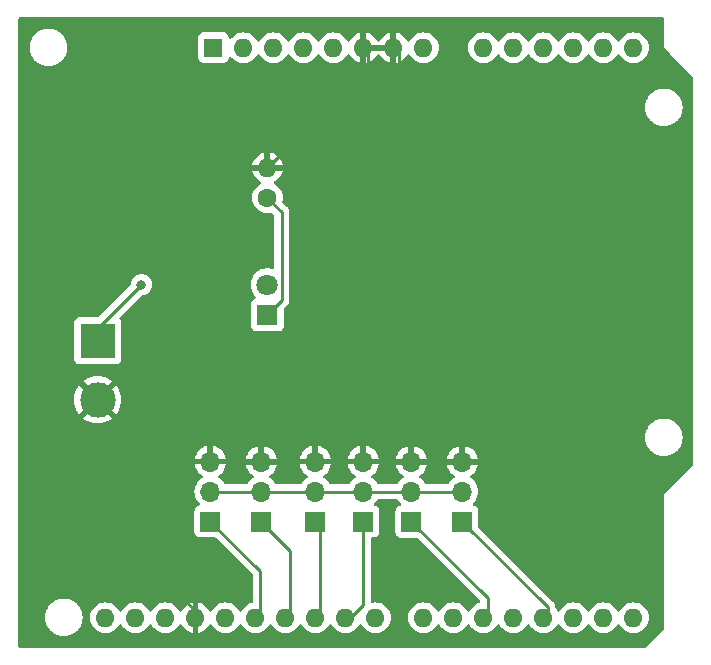
<source format=gbr>
%TF.GenerationSoftware,KiCad,Pcbnew,7.0.7*%
%TF.CreationDate,2024-01-23T09:59:48+09:00*%
%TF.ProjectId,arduino_sheild,61726475-696e-46f5-9f73-6865696c642e,rev?*%
%TF.SameCoordinates,Original*%
%TF.FileFunction,Copper,L1,Top*%
%TF.FilePolarity,Positive*%
%FSLAX46Y46*%
G04 Gerber Fmt 4.6, Leading zero omitted, Abs format (unit mm)*
G04 Created by KiCad (PCBNEW 7.0.7) date 2024-01-23 09:59:48*
%MOMM*%
%LPD*%
G01*
G04 APERTURE LIST*
%TA.AperFunction,ComponentPad*%
%ADD10O,1.600000X1.600000*%
%TD*%
%TA.AperFunction,ComponentPad*%
%ADD11R,1.600000X1.600000*%
%TD*%
%TA.AperFunction,ComponentPad*%
%ADD12O,1.700000X1.700000*%
%TD*%
%TA.AperFunction,ComponentPad*%
%ADD13R,1.700000X1.700000*%
%TD*%
%TA.AperFunction,ComponentPad*%
%ADD14C,1.600000*%
%TD*%
%TA.AperFunction,ComponentPad*%
%ADD15R,3.000000X3.000000*%
%TD*%
%TA.AperFunction,ComponentPad*%
%ADD16C,3.000000*%
%TD*%
%TA.AperFunction,ComponentPad*%
%ADD17C,1.800000*%
%TD*%
%TA.AperFunction,ComponentPad*%
%ADD18R,1.800000X1.800000*%
%TD*%
%TA.AperFunction,ViaPad*%
%ADD19C,0.800000*%
%TD*%
%TA.AperFunction,Conductor*%
%ADD20C,0.250000*%
%TD*%
G04 APERTURE END LIST*
D10*
%TO.P,A1,32,SCL/A5*%
%TO.N,unconnected-(A1-SCL{slash}A5-Pad32)*%
X196346000Y-109982000D03*
%TO.P,A1,31,SDA/A4*%
%TO.N,unconnected-(A1-SDA{slash}A4-Pad31)*%
X198886000Y-109982000D03*
%TO.P,A1,30,AREF*%
%TO.N,unconnected-(A1-AREF-Pad30)*%
X201426000Y-109982000D03*
%TO.P,A1,29,GND*%
%TO.N,GND*%
X203966000Y-109982000D03*
%TO.P,A1,28,D13*%
%TO.N,unconnected-(A1-D13-Pad28)*%
X206506000Y-109982000D03*
%TO.P,A1,27,D12*%
%TO.N,/D12*%
X209046000Y-109982000D03*
%TO.P,A1,26,D11*%
%TO.N,/D11*%
X211586000Y-109982000D03*
%TO.P,A1,25,D10*%
%TO.N,/D10*%
X214126000Y-109982000D03*
%TO.P,A1,24,D9*%
%TO.N,/D9*%
X216666000Y-109982000D03*
%TO.P,A1,23,D8*%
%TO.N,unconnected-(A1-D8-Pad23)*%
X219206000Y-109982000D03*
%TO.P,A1,22,D7*%
%TO.N,unconnected-(A1-D7-Pad22)*%
X223266000Y-109982000D03*
%TO.P,A1,21,D6*%
%TO.N,unconnected-(A1-D6-Pad21)*%
X225806000Y-109982000D03*
%TO.P,A1,20,D5*%
%TO.N,/D5*%
X228346000Y-109982000D03*
%TO.P,A1,19,D4*%
%TO.N,unconnected-(A1-D4-Pad19)*%
X230886000Y-109982000D03*
%TO.P,A1,18,D3*%
%TO.N,/D3*%
X233426000Y-109982000D03*
%TO.P,A1,17,D2*%
%TO.N,unconnected-(A1-D2-Pad17)*%
X235966000Y-109982000D03*
%TO.P,A1,16,D1/TX*%
%TO.N,unconnected-(A1-D1{slash}TX-Pad16)*%
X238506000Y-109982000D03*
%TO.P,A1,15,D0/RX*%
%TO.N,unconnected-(A1-D0{slash}RX-Pad15)*%
X241046000Y-109982000D03*
%TO.P,A1,14,SCL/A5*%
%TO.N,unconnected-(A1-SCL{slash}A5-Pad14)*%
X241046000Y-61722000D03*
%TO.P,A1,13,SDA/A4*%
%TO.N,unconnected-(A1-SDA{slash}A4-Pad13)*%
X238506000Y-61722000D03*
%TO.P,A1,12,A3*%
%TO.N,unconnected-(A1-A3-Pad12)*%
X235966000Y-61722000D03*
%TO.P,A1,11,A2*%
%TO.N,unconnected-(A1-A2-Pad11)*%
X233426000Y-61722000D03*
%TO.P,A1,10,A1*%
%TO.N,unconnected-(A1-A1-Pad10)*%
X230886000Y-61722000D03*
%TO.P,A1,9,A0*%
%TO.N,unconnected-(A1-A0-Pad9)*%
X228346000Y-61722000D03*
%TO.P,A1,8,VIN*%
%TO.N,unconnected-(A1-VIN-Pad8)*%
X223266000Y-61722000D03*
%TO.P,A1,7,GND*%
%TO.N,GND*%
X220726000Y-61722000D03*
%TO.P,A1,6,GND*%
X218186000Y-61722000D03*
%TO.P,A1,5,+5V*%
%TO.N,unconnected-(A1-+5V-Pad5)*%
X215646000Y-61722000D03*
%TO.P,A1,4,3V3*%
%TO.N,unconnected-(A1-3V3-Pad4)*%
X213106000Y-61722000D03*
%TO.P,A1,3,~{RESET}*%
%TO.N,unconnected-(A1-~{RESET}-Pad3)*%
X210566000Y-61722000D03*
%TO.P,A1,2,IOREF*%
%TO.N,unconnected-(A1-IOREF-Pad2)*%
X208026000Y-61722000D03*
D11*
%TO.P,A1,1,NC*%
%TO.N,unconnected-(A1-NC-Pad1)*%
X205486000Y-61722000D03*
%TD*%
D12*
%TO.P,J4,3,Pin_3*%
%TO.N,GND*%
X218186000Y-96759000D03*
%TO.P,J4,2,Pin_2*%
%TO.N,+5V*%
X218186000Y-99299000D03*
D13*
%TO.P,J4,1,Pin_1*%
%TO.N,/D9*%
X218186000Y-101839000D03*
%TD*%
D12*
%TO.P,J5,3,Pin_3*%
%TO.N,GND*%
X214122000Y-96759000D03*
%TO.P,J5,2,Pin_2*%
%TO.N,+5V*%
X214122000Y-99299000D03*
D13*
%TO.P,J5,1,Pin_1*%
%TO.N,/D10*%
X214122000Y-101839000D03*
%TD*%
D10*
%TO.P,R1,2*%
%TO.N,GND*%
X210058000Y-71882000D03*
D14*
%TO.P,R1,1*%
%TO.N,Net-(D1-K)*%
X210058000Y-74422000D03*
%TD*%
D12*
%TO.P,J3,3,Pin_3*%
%TO.N,GND*%
X222250000Y-96774000D03*
%TO.P,J3,2,Pin_2*%
%TO.N,+5V*%
X222250000Y-99314000D03*
D13*
%TO.P,J3,1,Pin_1*%
%TO.N,/D5*%
X222250000Y-101854000D03*
%TD*%
D12*
%TO.P,J2,3,Pin_3*%
%TO.N,GND*%
X226568000Y-96774000D03*
%TO.P,J2,2,Pin_2*%
%TO.N,+5V*%
X226568000Y-99314000D03*
D13*
%TO.P,J2,1,Pin_1*%
%TO.N,/D3*%
X226568000Y-101854000D03*
%TD*%
%TO.P,J7,1,Pin_1*%
%TO.N,/D12*%
X205232000Y-101839000D03*
D12*
%TO.P,J7,2,Pin_2*%
%TO.N,+5V*%
X205232000Y-99299000D03*
%TO.P,J7,3,Pin_3*%
%TO.N,GND*%
X205232000Y-96759000D03*
%TD*%
D15*
%TO.P,J1,1,Pin_1*%
%TO.N,+5V*%
X195687500Y-86527500D03*
D16*
%TO.P,J1,2,Pin_2*%
%TO.N,GND*%
X195687500Y-91527500D03*
%TD*%
D17*
%TO.P,D1,2,A*%
%TO.N,+5V*%
X210058000Y-81788000D03*
D18*
%TO.P,D1,1,K*%
%TO.N,Net-(D1-K)*%
X210058000Y-84328000D03*
%TD*%
D13*
%TO.P,J6,1,Pin_1*%
%TO.N,/D11*%
X209550000Y-101854000D03*
D12*
%TO.P,J6,2,Pin_2*%
%TO.N,+5V*%
X209550000Y-99314000D03*
%TO.P,J6,3,Pin_3*%
%TO.N,GND*%
X209550000Y-96774000D03*
%TD*%
D19*
%TO.N,GND*%
X195580000Y-104140000D03*
X195580000Y-99060000D03*
X241300000Y-83820000D03*
X241300000Y-78740000D03*
X236220000Y-101600000D03*
X236220000Y-96520000D03*
X231140000Y-88900000D03*
X226060000Y-88900000D03*
X220980000Y-88900000D03*
X195580000Y-76200000D03*
X195580000Y-71120000D03*
X233680000Y-76200000D03*
X228600000Y-76200000D03*
X223520000Y-76200000D03*
X233680000Y-71120000D03*
X228600000Y-71120000D03*
X223520000Y-71120000D03*
%TO.N,+5V*%
X199390000Y-81788000D03*
%TD*%
D20*
%TO.N,+5V*%
X195687500Y-85490500D02*
X199390000Y-81788000D01*
X195687500Y-86527500D02*
X195687500Y-85490500D01*
%TO.N,Net-(D1-K)*%
X211283000Y-75647000D02*
X210058000Y-74422000D01*
X211283000Y-83103000D02*
X211283000Y-75647000D01*
X210058000Y-84328000D02*
X211283000Y-83103000D01*
%TO.N,GND*%
X221232679Y-61730978D02*
X221112468Y-61730978D01*
X221238842Y-61737141D02*
X221232679Y-61730978D01*
X221238842Y-62987158D02*
X221238842Y-61737141D01*
X220726000Y-63500000D02*
X221238842Y-62987158D01*
X218440000Y-63500000D02*
X220726000Y-63500000D01*
X218440000Y-63500000D02*
X218572468Y-63367532D01*
X210058000Y-71882000D02*
X218440000Y-63500000D01*
X218572468Y-63367532D02*
X218572468Y-61730978D01*
X204978000Y-71882000D02*
X210058000Y-71882000D01*
X202438000Y-74422000D02*
X204978000Y-71882000D01*
X202438000Y-84777000D02*
X202438000Y-74422000D01*
X195687500Y-91527500D02*
X202438000Y-84777000D01*
X218210179Y-61805087D02*
X218254856Y-61786581D01*
X218289053Y-61752384D02*
X218308813Y-61704680D01*
X218186000Y-61805087D02*
X218210179Y-61805087D01*
X218186000Y-61722000D02*
X218186000Y-61805087D01*
X218254856Y-61786581D02*
X218289053Y-61752384D01*
X218291493Y-61722000D02*
X218308813Y-61704680D01*
X218186000Y-61722000D02*
X218291493Y-61722000D01*
X220829053Y-61752384D02*
X220848813Y-61704680D01*
X220756384Y-61752384D02*
X220829053Y-61752384D01*
X220726000Y-61722000D02*
X220756384Y-61752384D01*
X204378468Y-109790389D02*
X204378468Y-109990978D01*
X201168000Y-106579921D02*
X204378468Y-109790389D01*
X201168000Y-96759000D02*
X201168000Y-106579921D01*
X201168000Y-96759000D02*
X200919000Y-96759000D01*
X205232000Y-96759000D02*
X201168000Y-96759000D01*
X200919000Y-96759000D02*
X195687500Y-91527500D01*
%TO.N,/D3*%
X233812468Y-109098468D02*
X233812468Y-109990978D01*
X226568000Y-101854000D02*
X233812468Y-109098468D01*
%TO.N,/D5*%
X222250000Y-101854000D02*
X228732468Y-108336468D01*
X228732468Y-108336468D02*
X228732468Y-109990978D01*
%TO.N,/D9*%
X218186000Y-108883446D02*
X217078468Y-109990978D01*
X218186000Y-101839000D02*
X218186000Y-108883446D01*
%TO.N,/D10*%
X214538468Y-102255468D02*
X214538468Y-109990978D01*
X214122000Y-101839000D02*
X214538468Y-102255468D01*
%TO.N,/D11*%
X211998468Y-104302468D02*
X211998468Y-109990978D01*
X209550000Y-101854000D02*
X211998468Y-104302468D01*
%TO.N,/D12*%
X209458468Y-106065468D02*
X209458468Y-109990978D01*
X205232000Y-101839000D02*
X209458468Y-106065468D01*
%TO.N,+5V*%
X222250000Y-99314000D02*
X226568000Y-99314000D01*
X218186000Y-99299000D02*
X222235000Y-99299000D01*
X222235000Y-99299000D02*
X222250000Y-99314000D01*
X214122000Y-99299000D02*
X218186000Y-99299000D01*
X214107000Y-99314000D02*
X214122000Y-99299000D01*
X209550000Y-99314000D02*
X214107000Y-99314000D01*
X209535000Y-99299000D02*
X209550000Y-99314000D01*
X205232000Y-99299000D02*
X209535000Y-99299000D01*
%TO.N,GND*%
X222250000Y-96774000D02*
X226568000Y-96774000D01*
X222235000Y-96759000D02*
X222250000Y-96774000D01*
X218186000Y-96759000D02*
X222235000Y-96759000D01*
X214122000Y-96759000D02*
X218186000Y-96759000D01*
X214107000Y-96774000D02*
X214122000Y-96759000D01*
X209550000Y-96774000D02*
X214107000Y-96774000D01*
X209535000Y-96759000D02*
X209550000Y-96774000D01*
X205232000Y-96759000D02*
X209535000Y-96759000D01*
%TD*%
%TA.AperFunction,Conductor*%
%TO.N,GND*%
G36*
X220179692Y-61491685D02*
G01*
X220225447Y-61544489D01*
X220235391Y-61613647D01*
X220231631Y-61630933D01*
X220226000Y-61650111D01*
X220226000Y-61793889D01*
X220227418Y-61798718D01*
X220231631Y-61813067D01*
X220231630Y-61882936D01*
X220193855Y-61941714D01*
X220130299Y-61970738D01*
X220112653Y-61972000D01*
X218799347Y-61972000D01*
X218732308Y-61952315D01*
X218686553Y-61899511D01*
X218676609Y-61830353D01*
X218680369Y-61813067D01*
X218684582Y-61798718D01*
X218686000Y-61793889D01*
X218686000Y-61650111D01*
X218680368Y-61630933D01*
X218680370Y-61561064D01*
X218718145Y-61502286D01*
X218781701Y-61473262D01*
X218799347Y-61472000D01*
X220112653Y-61472000D01*
X220179692Y-61491685D01*
G37*
%TD.AperFunction*%
%TA.AperFunction,Conductor*%
G36*
X243558538Y-59163712D02*
G01*
X243604293Y-59216516D01*
X243615498Y-59268026D01*
X243615498Y-60471879D01*
X243615498Y-61674524D01*
X243615457Y-61683524D01*
X243615528Y-61683697D01*
X243615613Y-61683907D01*
X243617976Y-61686268D01*
X244183378Y-62265348D01*
X246060222Y-64187599D01*
X246092972Y-64249317D01*
X246095499Y-64274225D01*
X246095499Y-96938827D01*
X246075814Y-97005866D01*
X246060222Y-97025454D01*
X243618593Y-99526152D01*
X243615615Y-99529142D01*
X243615596Y-99529190D01*
X243615602Y-99529178D01*
X243615537Y-99529334D01*
X243615456Y-99529531D01*
X243615499Y-99532925D01*
X243615499Y-110905638D01*
X243595814Y-110972677D01*
X243579180Y-110993319D01*
X242087318Y-112485181D01*
X242025995Y-112518666D01*
X241999637Y-112521500D01*
X189100499Y-112521500D01*
X189033460Y-112501815D01*
X188987705Y-112449011D01*
X188976499Y-112397500D01*
X188976499Y-109943526D01*
X191223089Y-109943526D01*
X191230755Y-110040935D01*
X191230946Y-110045801D01*
X191230946Y-110058718D01*
X191229746Y-110062801D01*
X191230431Y-110071498D01*
X191232441Y-110077720D01*
X191234460Y-110090467D01*
X191235032Y-110095300D01*
X191240373Y-110163154D01*
X191242700Y-110192713D01*
X191242701Y-110192716D01*
X191242701Y-110192717D01*
X191265509Y-110287721D01*
X191266456Y-110292482D01*
X191268480Y-110305253D01*
X191267934Y-110309476D01*
X191269968Y-110317950D01*
X191272924Y-110323775D01*
X191276921Y-110336075D01*
X191278243Y-110340762D01*
X191301052Y-110435765D01*
X191301053Y-110435768D01*
X191320204Y-110482000D01*
X191338159Y-110525348D01*
X191338440Y-110526025D01*
X191340125Y-110530593D01*
X191344117Y-110542879D01*
X191344238Y-110547132D01*
X191347583Y-110555206D01*
X191351419Y-110560505D01*
X191357281Y-110572011D01*
X191359317Y-110576429D01*
X191396705Y-110666693D01*
X191447749Y-110749987D01*
X191450131Y-110754240D01*
X191456003Y-110765766D01*
X191456787Y-110769944D01*
X191461342Y-110777378D01*
X191465961Y-110782012D01*
X191473555Y-110792466D01*
X191476259Y-110796512D01*
X191527304Y-110879811D01*
X191527305Y-110879812D01*
X191590748Y-110954096D01*
X191593762Y-110957918D01*
X191601371Y-110968391D01*
X191602800Y-110972397D01*
X191608462Y-110979026D01*
X191613742Y-110982875D01*
X191622890Y-110992022D01*
X191626195Y-110995598D01*
X191626196Y-110995599D01*
X191689642Y-111069884D01*
X191763925Y-111133328D01*
X191763930Y-111133332D01*
X191767506Y-111136638D01*
X191776649Y-111145781D01*
X191778687Y-111149514D01*
X191785311Y-111155171D01*
X191791124Y-111158145D01*
X191801606Y-111165761D01*
X191805403Y-111168753D01*
X191879710Y-111232218D01*
X191963013Y-111283266D01*
X191967044Y-111285959D01*
X191977514Y-111293565D01*
X191980113Y-111296936D01*
X191987544Y-111301490D01*
X191993754Y-111303519D01*
X192005292Y-111309398D01*
X192009501Y-111311754D01*
X192092833Y-111362820D01*
X192183113Y-111400215D01*
X192187506Y-111402240D01*
X192199023Y-111408108D01*
X192202117Y-111411030D01*
X192210189Y-111414373D01*
X192216637Y-111415405D01*
X192228952Y-111419407D01*
X192233480Y-111421078D01*
X192310195Y-111452854D01*
X192323768Y-111458476D01*
X192362203Y-111467702D01*
X192418780Y-111481285D01*
X192423426Y-111482596D01*
X192435743Y-111486598D01*
X192439254Y-111488999D01*
X192447729Y-111491034D01*
X192454263Y-111491044D01*
X192467067Y-111493072D01*
X192471793Y-111494013D01*
X192566813Y-111516826D01*
X192664244Y-111524493D01*
X192669043Y-111525062D01*
X192681822Y-111527086D01*
X192685665Y-111528908D01*
X192694347Y-111529591D01*
X192700808Y-111528580D01*
X192713724Y-111528580D01*
X192718590Y-111528771D01*
X192728437Y-111529545D01*
X192815999Y-111536437D01*
X192903560Y-111529545D01*
X192913408Y-111528771D01*
X192918274Y-111528580D01*
X192931189Y-111528580D01*
X192935272Y-111529779D01*
X192943957Y-111529095D01*
X192950177Y-111527086D01*
X192962969Y-111525060D01*
X192967744Y-111524494D01*
X193065185Y-111516826D01*
X193160237Y-111494005D01*
X193164920Y-111493074D01*
X193177728Y-111491045D01*
X193181946Y-111491591D01*
X193190424Y-111489555D01*
X193196251Y-111486599D01*
X193208574Y-111482595D01*
X193213214Y-111481286D01*
X193308235Y-111458474D01*
X193398533Y-111421071D01*
X193403049Y-111419405D01*
X193415347Y-111415409D01*
X193419600Y-111415288D01*
X193427671Y-111411945D01*
X193432961Y-111408115D01*
X193444503Y-111402234D01*
X193448858Y-111400225D01*
X193539165Y-111362820D01*
X193622507Y-111311747D01*
X193626691Y-111309405D01*
X193638236Y-111303522D01*
X193642413Y-111302738D01*
X193649848Y-111298182D01*
X193654474Y-111293573D01*
X193655654Y-111292714D01*
X193664964Y-111285950D01*
X193668969Y-111283275D01*
X193752288Y-111232218D01*
X193826602Y-111168746D01*
X193830374Y-111165774D01*
X193840869Y-111158148D01*
X193844872Y-111156720D01*
X193851498Y-111151061D01*
X193855346Y-111145783D01*
X193864508Y-111136621D01*
X193868047Y-111133349D01*
X193942356Y-111069884D01*
X194005821Y-110995575D01*
X194009093Y-110992036D01*
X194018254Y-110982875D01*
X194021985Y-110980838D01*
X194027648Y-110974208D01*
X194030626Y-110968388D01*
X194038243Y-110957905D01*
X194041207Y-110954143D01*
X194104690Y-110879816D01*
X194155747Y-110796497D01*
X194158422Y-110792492D01*
X194165186Y-110783182D01*
X194166045Y-110782002D01*
X194169409Y-110779408D01*
X194173964Y-110771975D01*
X194175993Y-110765766D01*
X194181877Y-110754219D01*
X194184219Y-110750035D01*
X194235292Y-110666693D01*
X194272697Y-110576386D01*
X194274706Y-110572031D01*
X194280585Y-110560493D01*
X194283504Y-110557402D01*
X194286845Y-110549337D01*
X194287879Y-110542883D01*
X194291882Y-110530562D01*
X194293538Y-110526073D01*
X194330946Y-110435763D01*
X194353758Y-110340742D01*
X194355067Y-110336102D01*
X194359070Y-110323780D01*
X194361471Y-110320270D01*
X194363504Y-110311799D01*
X194363516Y-110305262D01*
X194365548Y-110292438D01*
X194366476Y-110287770D01*
X194389298Y-110192713D01*
X194396966Y-110095272D01*
X194397532Y-110090494D01*
X194401052Y-110068273D01*
X194401052Y-110068265D01*
X194402083Y-110061757D01*
X194401286Y-110056315D01*
X194401667Y-110036895D01*
X194401843Y-110033304D01*
X194405881Y-109982001D01*
X195040532Y-109982001D01*
X195060364Y-110208686D01*
X195060366Y-110208697D01*
X195119258Y-110428488D01*
X195119261Y-110428497D01*
X195215431Y-110634732D01*
X195215432Y-110634734D01*
X195345954Y-110821141D01*
X195506858Y-110982045D01*
X195521107Y-110992022D01*
X195693266Y-111112568D01*
X195899504Y-111208739D01*
X196119308Y-111267635D01*
X196281230Y-111281801D01*
X196345998Y-111287468D01*
X196346000Y-111287468D01*
X196346002Y-111287468D01*
X196402673Y-111282509D01*
X196572692Y-111267635D01*
X196792496Y-111208739D01*
X196998734Y-111112568D01*
X197185139Y-110982047D01*
X197346047Y-110821139D01*
X197476568Y-110634734D01*
X197503619Y-110576721D01*
X197549788Y-110524286D01*
X197616981Y-110505133D01*
X197683862Y-110525348D01*
X197728380Y-110576722D01*
X197755432Y-110634734D01*
X197775931Y-110664010D01*
X197885954Y-110821141D01*
X198046858Y-110982045D01*
X198061107Y-110992022D01*
X198233266Y-111112568D01*
X198439504Y-111208739D01*
X198659308Y-111267635D01*
X198821230Y-111281801D01*
X198885998Y-111287468D01*
X198886000Y-111287468D01*
X198886002Y-111287468D01*
X198942673Y-111282509D01*
X199112692Y-111267635D01*
X199332496Y-111208739D01*
X199538734Y-111112568D01*
X199725139Y-110982047D01*
X199886047Y-110821139D01*
X200016568Y-110634734D01*
X200043619Y-110576721D01*
X200089788Y-110524286D01*
X200156981Y-110505133D01*
X200223862Y-110525348D01*
X200268380Y-110576722D01*
X200295432Y-110634734D01*
X200315931Y-110664010D01*
X200425954Y-110821141D01*
X200586858Y-110982045D01*
X200601107Y-110992022D01*
X200773266Y-111112568D01*
X200979504Y-111208739D01*
X201199308Y-111267635D01*
X201361230Y-111281801D01*
X201425998Y-111287468D01*
X201426000Y-111287468D01*
X201426002Y-111287468D01*
X201482672Y-111282509D01*
X201652692Y-111267635D01*
X201872496Y-111208739D01*
X202078734Y-111112568D01*
X202265139Y-110982047D01*
X202426047Y-110821139D01*
X202556568Y-110634734D01*
X202583895Y-110576129D01*
X202630064Y-110523695D01*
X202697257Y-110504542D01*
X202764139Y-110524757D01*
X202808657Y-110576133D01*
X202835865Y-110634482D01*
X202966342Y-110820820D01*
X203127179Y-110981657D01*
X203313517Y-111112134D01*
X203519673Y-111208265D01*
X203519682Y-111208269D01*
X203715999Y-111260872D01*
X203716000Y-111260871D01*
X203716000Y-110594301D01*
X203735685Y-110527262D01*
X203788489Y-110481507D01*
X203857647Y-110471563D01*
X203930237Y-110482000D01*
X203930238Y-110482000D01*
X204001762Y-110482000D01*
X204001763Y-110482000D01*
X204074352Y-110471563D01*
X204143510Y-110481507D01*
X204196314Y-110527261D01*
X204215999Y-110594301D01*
X204215999Y-111260871D01*
X204216000Y-111260872D01*
X204412317Y-111208269D01*
X204412326Y-111208265D01*
X204618482Y-111112134D01*
X204804820Y-110981657D01*
X204965657Y-110820820D01*
X205096132Y-110634484D01*
X205123341Y-110576134D01*
X205169513Y-110523695D01*
X205236707Y-110504542D01*
X205303588Y-110524757D01*
X205348105Y-110576132D01*
X205356578Y-110594301D01*
X205375431Y-110634732D01*
X205375432Y-110634734D01*
X205505954Y-110821141D01*
X205666858Y-110982045D01*
X205681107Y-110992022D01*
X205853266Y-111112568D01*
X206059504Y-111208739D01*
X206279308Y-111267635D01*
X206441230Y-111281801D01*
X206505998Y-111287468D01*
X206506000Y-111287468D01*
X206506002Y-111287468D01*
X206562673Y-111282509D01*
X206732692Y-111267635D01*
X206952496Y-111208739D01*
X207158734Y-111112568D01*
X207345139Y-110982047D01*
X207506047Y-110821139D01*
X207636568Y-110634734D01*
X207663618Y-110576724D01*
X207709790Y-110524285D01*
X207776983Y-110505133D01*
X207843865Y-110525348D01*
X207888382Y-110576725D01*
X207915429Y-110634728D01*
X207915432Y-110634734D01*
X208045954Y-110821141D01*
X208206858Y-110982045D01*
X208221107Y-110992022D01*
X208393266Y-111112568D01*
X208599504Y-111208739D01*
X208819308Y-111267635D01*
X208981230Y-111281801D01*
X209045998Y-111287468D01*
X209046000Y-111287468D01*
X209046002Y-111287468D01*
X209102672Y-111282509D01*
X209272692Y-111267635D01*
X209492496Y-111208739D01*
X209698734Y-111112568D01*
X209885139Y-110982047D01*
X210046047Y-110821139D01*
X210176568Y-110634734D01*
X210203618Y-110576724D01*
X210249790Y-110524285D01*
X210316983Y-110505133D01*
X210383865Y-110525348D01*
X210428382Y-110576725D01*
X210455429Y-110634728D01*
X210455432Y-110634734D01*
X210585954Y-110821141D01*
X210746858Y-110982045D01*
X210761107Y-110992022D01*
X210933266Y-111112568D01*
X211139504Y-111208739D01*
X211359308Y-111267635D01*
X211521230Y-111281801D01*
X211585998Y-111287468D01*
X211586000Y-111287468D01*
X211586002Y-111287468D01*
X211642672Y-111282509D01*
X211812692Y-111267635D01*
X212032496Y-111208739D01*
X212238734Y-111112568D01*
X212425139Y-110982047D01*
X212586047Y-110821139D01*
X212716568Y-110634734D01*
X212743618Y-110576724D01*
X212789790Y-110524285D01*
X212856983Y-110505133D01*
X212923865Y-110525348D01*
X212968382Y-110576725D01*
X212995429Y-110634728D01*
X212995432Y-110634734D01*
X213125954Y-110821141D01*
X213286858Y-110982045D01*
X213301107Y-110992022D01*
X213473266Y-111112568D01*
X213679504Y-111208739D01*
X213899308Y-111267635D01*
X214061230Y-111281801D01*
X214125998Y-111287468D01*
X214126000Y-111287468D01*
X214126002Y-111287468D01*
X214182672Y-111282509D01*
X214352692Y-111267635D01*
X214572496Y-111208739D01*
X214778734Y-111112568D01*
X214965139Y-110982047D01*
X215126047Y-110821139D01*
X215256568Y-110634734D01*
X215283618Y-110576724D01*
X215329790Y-110524285D01*
X215396983Y-110505133D01*
X215463865Y-110525348D01*
X215508382Y-110576725D01*
X215535429Y-110634728D01*
X215535432Y-110634734D01*
X215665954Y-110821141D01*
X215826858Y-110982045D01*
X215841107Y-110992022D01*
X216013266Y-111112568D01*
X216219504Y-111208739D01*
X216439308Y-111267635D01*
X216601230Y-111281801D01*
X216665998Y-111287468D01*
X216666000Y-111287468D01*
X216666002Y-111287468D01*
X216722673Y-111282509D01*
X216892692Y-111267635D01*
X217112496Y-111208739D01*
X217318734Y-111112568D01*
X217505139Y-110982047D01*
X217666047Y-110821139D01*
X217796568Y-110634734D01*
X217823618Y-110576724D01*
X217869790Y-110524285D01*
X217936983Y-110505133D01*
X218003865Y-110525348D01*
X218048382Y-110576725D01*
X218075429Y-110634728D01*
X218075432Y-110634734D01*
X218205954Y-110821141D01*
X218366858Y-110982045D01*
X218381107Y-110992022D01*
X218553266Y-111112568D01*
X218759504Y-111208739D01*
X218979308Y-111267635D01*
X219141230Y-111281801D01*
X219205998Y-111287468D01*
X219206000Y-111287468D01*
X219206002Y-111287468D01*
X219262673Y-111282509D01*
X219432692Y-111267635D01*
X219652496Y-111208739D01*
X219858734Y-111112568D01*
X220045139Y-110982047D01*
X220206047Y-110821139D01*
X220336568Y-110634734D01*
X220432739Y-110428496D01*
X220491635Y-110208692D01*
X220511468Y-109982000D01*
X220491635Y-109755308D01*
X220435629Y-109546289D01*
X220432741Y-109535511D01*
X220432738Y-109535502D01*
X220408019Y-109482492D01*
X220336568Y-109329266D01*
X220206047Y-109142861D01*
X220206045Y-109142858D01*
X220045141Y-108981954D01*
X219858734Y-108851432D01*
X219858732Y-108851431D01*
X219652497Y-108755261D01*
X219652488Y-108755258D01*
X219432697Y-108696366D01*
X219432693Y-108696365D01*
X219432692Y-108696365D01*
X219432691Y-108696364D01*
X219432686Y-108696364D01*
X219206002Y-108676532D01*
X219205998Y-108676532D01*
X218979313Y-108696364D01*
X218979302Y-108696366D01*
X218967593Y-108699504D01*
X218897743Y-108697841D01*
X218839881Y-108658678D01*
X218812377Y-108594449D01*
X218811500Y-108579729D01*
X218811500Y-103313499D01*
X218831185Y-103246460D01*
X218883989Y-103200705D01*
X218935500Y-103189499D01*
X219083871Y-103189499D01*
X219083872Y-103189499D01*
X219143483Y-103183091D01*
X219278331Y-103132796D01*
X219393546Y-103046546D01*
X219479796Y-102931331D01*
X219530091Y-102796483D01*
X219536500Y-102736873D01*
X219536499Y-100941128D01*
X219530091Y-100881517D01*
X219485391Y-100761671D01*
X219479797Y-100746671D01*
X219479793Y-100746664D01*
X219393547Y-100631455D01*
X219393544Y-100631452D01*
X219278335Y-100545206D01*
X219278328Y-100545202D01*
X219146917Y-100496189D01*
X219090983Y-100454318D01*
X219066566Y-100388853D01*
X219081418Y-100320580D01*
X219102563Y-100292332D01*
X219224495Y-100170401D01*
X219359651Y-99977377D01*
X219414229Y-99933752D01*
X219461227Y-99924500D01*
X220965572Y-99924500D01*
X221032611Y-99944185D01*
X221071167Y-99988346D01*
X221073257Y-99987140D01*
X221075965Y-99991831D01*
X221181242Y-100142182D01*
X221211501Y-100185396D01*
X221211506Y-100185402D01*
X221333430Y-100307326D01*
X221366915Y-100368649D01*
X221361931Y-100438341D01*
X221320059Y-100494274D01*
X221289083Y-100511189D01*
X221157669Y-100560203D01*
X221157664Y-100560206D01*
X221042455Y-100646452D01*
X221042452Y-100646455D01*
X220956206Y-100761664D01*
X220956202Y-100761671D01*
X220905908Y-100896517D01*
X220899501Y-100956116D01*
X220899501Y-100956123D01*
X220899500Y-100956135D01*
X220899500Y-102751870D01*
X220899501Y-102751876D01*
X220905908Y-102811483D01*
X220956202Y-102946328D01*
X220956206Y-102946335D01*
X221042452Y-103061544D01*
X221042455Y-103061547D01*
X221157664Y-103147793D01*
X221157671Y-103147797D01*
X221292517Y-103198091D01*
X221292516Y-103198091D01*
X221299444Y-103198835D01*
X221352127Y-103204500D01*
X222664547Y-103204499D01*
X222731586Y-103224184D01*
X222752228Y-103240818D01*
X228037210Y-108525800D01*
X228070695Y-108587123D01*
X228065711Y-108656815D01*
X228023839Y-108712748D01*
X227981624Y-108733255D01*
X227899517Y-108755256D01*
X227899502Y-108755261D01*
X227693267Y-108851431D01*
X227693265Y-108851432D01*
X227506858Y-108981954D01*
X227345954Y-109142858D01*
X227215432Y-109329265D01*
X227215431Y-109329267D01*
X227188382Y-109387275D01*
X227142209Y-109439714D01*
X227075016Y-109458866D01*
X227008135Y-109438650D01*
X226963618Y-109387275D01*
X226951380Y-109361031D01*
X226936568Y-109329266D01*
X226806047Y-109142861D01*
X226806045Y-109142858D01*
X226645141Y-108981954D01*
X226458734Y-108851432D01*
X226458732Y-108851431D01*
X226252497Y-108755261D01*
X226252488Y-108755258D01*
X226032697Y-108696366D01*
X226032693Y-108696365D01*
X226032692Y-108696365D01*
X226032691Y-108696364D01*
X226032686Y-108696364D01*
X225806002Y-108676532D01*
X225805998Y-108676532D01*
X225579313Y-108696364D01*
X225579302Y-108696366D01*
X225359511Y-108755258D01*
X225359502Y-108755261D01*
X225153267Y-108851431D01*
X225153265Y-108851432D01*
X224966858Y-108981954D01*
X224805954Y-109142858D01*
X224675432Y-109329265D01*
X224675431Y-109329267D01*
X224648382Y-109387275D01*
X224602209Y-109439714D01*
X224535016Y-109458866D01*
X224468135Y-109438650D01*
X224423618Y-109387275D01*
X224411380Y-109361031D01*
X224396568Y-109329266D01*
X224266047Y-109142861D01*
X224266045Y-109142858D01*
X224105141Y-108981954D01*
X223918734Y-108851432D01*
X223918732Y-108851431D01*
X223712497Y-108755261D01*
X223712488Y-108755258D01*
X223492697Y-108696366D01*
X223492693Y-108696365D01*
X223492692Y-108696365D01*
X223492691Y-108696364D01*
X223492686Y-108696364D01*
X223266002Y-108676532D01*
X223265998Y-108676532D01*
X223039313Y-108696364D01*
X223039302Y-108696366D01*
X222819511Y-108755258D01*
X222819502Y-108755261D01*
X222613267Y-108851431D01*
X222613265Y-108851432D01*
X222426858Y-108981954D01*
X222265954Y-109142858D01*
X222135432Y-109329265D01*
X222135431Y-109329267D01*
X222039261Y-109535502D01*
X222039258Y-109535511D01*
X221980366Y-109755302D01*
X221980364Y-109755313D01*
X221960532Y-109981998D01*
X221960532Y-109982001D01*
X221980364Y-110208686D01*
X221980366Y-110208697D01*
X222039258Y-110428488D01*
X222039261Y-110428497D01*
X222135431Y-110634732D01*
X222135432Y-110634734D01*
X222265954Y-110821141D01*
X222426858Y-110982045D01*
X222441107Y-110992022D01*
X222613266Y-111112568D01*
X222819504Y-111208739D01*
X223039308Y-111267635D01*
X223201230Y-111281801D01*
X223265998Y-111287468D01*
X223266000Y-111287468D01*
X223266002Y-111287468D01*
X223322672Y-111282509D01*
X223492692Y-111267635D01*
X223712496Y-111208739D01*
X223918734Y-111112568D01*
X224105139Y-110982047D01*
X224266047Y-110821139D01*
X224396568Y-110634734D01*
X224423619Y-110576721D01*
X224469788Y-110524286D01*
X224536981Y-110505133D01*
X224603862Y-110525348D01*
X224648380Y-110576722D01*
X224675432Y-110634734D01*
X224695931Y-110664010D01*
X224805954Y-110821141D01*
X224966858Y-110982045D01*
X224981107Y-110992022D01*
X225153266Y-111112568D01*
X225359504Y-111208739D01*
X225579308Y-111267635D01*
X225741230Y-111281801D01*
X225805998Y-111287468D01*
X225806000Y-111287468D01*
X225806002Y-111287468D01*
X225862672Y-111282509D01*
X226032692Y-111267635D01*
X226252496Y-111208739D01*
X226458734Y-111112568D01*
X226645139Y-110982047D01*
X226806047Y-110821139D01*
X226936568Y-110634734D01*
X226963619Y-110576721D01*
X227009788Y-110524286D01*
X227076981Y-110505133D01*
X227143862Y-110525348D01*
X227188380Y-110576722D01*
X227215432Y-110634734D01*
X227235931Y-110664010D01*
X227345954Y-110821141D01*
X227506858Y-110982045D01*
X227521107Y-110992022D01*
X227693266Y-111112568D01*
X227899504Y-111208739D01*
X228119308Y-111267635D01*
X228281230Y-111281801D01*
X228345998Y-111287468D01*
X228346000Y-111287468D01*
X228346002Y-111287468D01*
X228402673Y-111282509D01*
X228572692Y-111267635D01*
X228792496Y-111208739D01*
X228998734Y-111112568D01*
X229185139Y-110982047D01*
X229346047Y-110821139D01*
X229476568Y-110634734D01*
X229503619Y-110576721D01*
X229549788Y-110524286D01*
X229616981Y-110505133D01*
X229683862Y-110525348D01*
X229728380Y-110576722D01*
X229755432Y-110634734D01*
X229775931Y-110664010D01*
X229885954Y-110821141D01*
X230046858Y-110982045D01*
X230061107Y-110992022D01*
X230233266Y-111112568D01*
X230439504Y-111208739D01*
X230659308Y-111267635D01*
X230821230Y-111281801D01*
X230885998Y-111287468D01*
X230886000Y-111287468D01*
X230886002Y-111287468D01*
X230942673Y-111282509D01*
X231112692Y-111267635D01*
X231332496Y-111208739D01*
X231538734Y-111112568D01*
X231725139Y-110982047D01*
X231886047Y-110821139D01*
X232016568Y-110634734D01*
X232043619Y-110576721D01*
X232089788Y-110524286D01*
X232156981Y-110505133D01*
X232223862Y-110525348D01*
X232268380Y-110576722D01*
X232295432Y-110634734D01*
X232315931Y-110664010D01*
X232425954Y-110821141D01*
X232586858Y-110982045D01*
X232601107Y-110992022D01*
X232773266Y-111112568D01*
X232979504Y-111208739D01*
X233199308Y-111267635D01*
X233361230Y-111281801D01*
X233425998Y-111287468D01*
X233426000Y-111287468D01*
X233426002Y-111287468D01*
X233482672Y-111282509D01*
X233652692Y-111267635D01*
X233872496Y-111208739D01*
X234078734Y-111112568D01*
X234265139Y-110982047D01*
X234426047Y-110821139D01*
X234556568Y-110634734D01*
X234583618Y-110576724D01*
X234629790Y-110524285D01*
X234696983Y-110505133D01*
X234763865Y-110525348D01*
X234808382Y-110576725D01*
X234835429Y-110634728D01*
X234835432Y-110634734D01*
X234965954Y-110821141D01*
X235126858Y-110982045D01*
X235141107Y-110992022D01*
X235313266Y-111112568D01*
X235519504Y-111208739D01*
X235739308Y-111267635D01*
X235901230Y-111281801D01*
X235965998Y-111287468D01*
X235966000Y-111287468D01*
X235966002Y-111287468D01*
X236022672Y-111282509D01*
X236192692Y-111267635D01*
X236412496Y-111208739D01*
X236618734Y-111112568D01*
X236805139Y-110982047D01*
X236966047Y-110821139D01*
X237096568Y-110634734D01*
X237123618Y-110576724D01*
X237169790Y-110524285D01*
X237236983Y-110505133D01*
X237303865Y-110525348D01*
X237348382Y-110576725D01*
X237375429Y-110634728D01*
X237375432Y-110634734D01*
X237505954Y-110821141D01*
X237666858Y-110982045D01*
X237681107Y-110992022D01*
X237853266Y-111112568D01*
X238059504Y-111208739D01*
X238279308Y-111267635D01*
X238441230Y-111281801D01*
X238505998Y-111287468D01*
X238506000Y-111287468D01*
X238506002Y-111287468D01*
X238562673Y-111282509D01*
X238732692Y-111267635D01*
X238952496Y-111208739D01*
X239158734Y-111112568D01*
X239345139Y-110982047D01*
X239506047Y-110821139D01*
X239636568Y-110634734D01*
X239663618Y-110576724D01*
X239709790Y-110524285D01*
X239776983Y-110505133D01*
X239843865Y-110525348D01*
X239888382Y-110576725D01*
X239915429Y-110634728D01*
X239915432Y-110634734D01*
X240045954Y-110821141D01*
X240206858Y-110982045D01*
X240221107Y-110992022D01*
X240393266Y-111112568D01*
X240599504Y-111208739D01*
X240819308Y-111267635D01*
X240981230Y-111281801D01*
X241045998Y-111287468D01*
X241046000Y-111287468D01*
X241046002Y-111287468D01*
X241102672Y-111282509D01*
X241272692Y-111267635D01*
X241492496Y-111208739D01*
X241698734Y-111112568D01*
X241885139Y-110982047D01*
X242046047Y-110821139D01*
X242176568Y-110634734D01*
X242272739Y-110428496D01*
X242331635Y-110208692D01*
X242351468Y-109982000D01*
X242331635Y-109755308D01*
X242275629Y-109546289D01*
X242272741Y-109535511D01*
X242272738Y-109535502D01*
X242248019Y-109482492D01*
X242176568Y-109329266D01*
X242046047Y-109142861D01*
X242046045Y-109142858D01*
X241885141Y-108981954D01*
X241698734Y-108851432D01*
X241698732Y-108851431D01*
X241492497Y-108755261D01*
X241492488Y-108755258D01*
X241272697Y-108696366D01*
X241272693Y-108696365D01*
X241272692Y-108696365D01*
X241272691Y-108696364D01*
X241272686Y-108696364D01*
X241046002Y-108676532D01*
X241045998Y-108676532D01*
X240819313Y-108696364D01*
X240819302Y-108696366D01*
X240599511Y-108755258D01*
X240599502Y-108755261D01*
X240393267Y-108851431D01*
X240393265Y-108851432D01*
X240206858Y-108981954D01*
X240045954Y-109142858D01*
X239915432Y-109329265D01*
X239915431Y-109329267D01*
X239888382Y-109387275D01*
X239842209Y-109439714D01*
X239775016Y-109458866D01*
X239708135Y-109438650D01*
X239663618Y-109387275D01*
X239651380Y-109361031D01*
X239636568Y-109329266D01*
X239506047Y-109142861D01*
X239506045Y-109142858D01*
X239345141Y-108981954D01*
X239158734Y-108851432D01*
X239158732Y-108851431D01*
X238952497Y-108755261D01*
X238952488Y-108755258D01*
X238732697Y-108696366D01*
X238732693Y-108696365D01*
X238732692Y-108696365D01*
X238732691Y-108696364D01*
X238732686Y-108696364D01*
X238506002Y-108676532D01*
X238505998Y-108676532D01*
X238279313Y-108696364D01*
X238279302Y-108696366D01*
X238059511Y-108755258D01*
X238059502Y-108755261D01*
X237853267Y-108851431D01*
X237853265Y-108851432D01*
X237666858Y-108981954D01*
X237505954Y-109142858D01*
X237375432Y-109329265D01*
X237375431Y-109329267D01*
X237348382Y-109387275D01*
X237302209Y-109439714D01*
X237235016Y-109458866D01*
X237168135Y-109438650D01*
X237123618Y-109387275D01*
X237111380Y-109361031D01*
X237096568Y-109329266D01*
X236966047Y-109142861D01*
X236966045Y-109142858D01*
X236805141Y-108981954D01*
X236618734Y-108851432D01*
X236618732Y-108851431D01*
X236412497Y-108755261D01*
X236412488Y-108755258D01*
X236192697Y-108696366D01*
X236192693Y-108696365D01*
X236192692Y-108696365D01*
X236192691Y-108696364D01*
X236192686Y-108696364D01*
X235966002Y-108676532D01*
X235965998Y-108676532D01*
X235739313Y-108696364D01*
X235739302Y-108696366D01*
X235519511Y-108755258D01*
X235519502Y-108755261D01*
X235313267Y-108851431D01*
X235313265Y-108851432D01*
X235126858Y-108981954D01*
X234965954Y-109142858D01*
X234835432Y-109329265D01*
X234835431Y-109329267D01*
X234808382Y-109387275D01*
X234762209Y-109439714D01*
X234695016Y-109458866D01*
X234628135Y-109438650D01*
X234583618Y-109387275D01*
X234571380Y-109361031D01*
X234556568Y-109329266D01*
X234461513Y-109193513D01*
X234439187Y-109127308D01*
X234439154Y-109126404D01*
X234437968Y-109088653D01*
X234437968Y-109059118D01*
X234437099Y-109052240D01*
X234436640Y-109046411D01*
X234435177Y-108999840D01*
X234429590Y-108980612D01*
X234425642Y-108961552D01*
X234423131Y-108941672D01*
X234405980Y-108898355D01*
X234404087Y-108892826D01*
X234391086Y-108848077D01*
X234391084Y-108848074D01*
X234380891Y-108830839D01*
X234372329Y-108813362D01*
X234364955Y-108794738D01*
X234364954Y-108794736D01*
X234337547Y-108757013D01*
X234334356Y-108752154D01*
X234333329Y-108750418D01*
X234310638Y-108712048D01*
X234310636Y-108712046D01*
X234310633Y-108712042D01*
X234296474Y-108697883D01*
X234283836Y-108683087D01*
X234272062Y-108666881D01*
X234269297Y-108664594D01*
X234236156Y-108637177D01*
X234231844Y-108633254D01*
X227954818Y-102356227D01*
X227921333Y-102294904D01*
X227918499Y-102268546D01*
X227918499Y-100956129D01*
X227918498Y-100956123D01*
X227918497Y-100956116D01*
X227912091Y-100896517D01*
X227906496Y-100881517D01*
X227861797Y-100761671D01*
X227861793Y-100761664D01*
X227775547Y-100646455D01*
X227775544Y-100646452D01*
X227660335Y-100560206D01*
X227660328Y-100560202D01*
X227528917Y-100511189D01*
X227472983Y-100469318D01*
X227448566Y-100403853D01*
X227463418Y-100335580D01*
X227484563Y-100307332D01*
X227606495Y-100185401D01*
X227742035Y-99991830D01*
X227841903Y-99777663D01*
X227903063Y-99549408D01*
X227923659Y-99314000D01*
X227903063Y-99078592D01*
X227841903Y-98850337D01*
X227742035Y-98636171D01*
X227741652Y-98635623D01*
X227606494Y-98442597D01*
X227439402Y-98275506D01*
X227439401Y-98275505D01*
X227253405Y-98145269D01*
X227209781Y-98090692D01*
X227202588Y-98021193D01*
X227234110Y-97958839D01*
X227253405Y-97942119D01*
X227439082Y-97812105D01*
X227606105Y-97645082D01*
X227741600Y-97451578D01*
X227841429Y-97237492D01*
X227841432Y-97237486D01*
X227898636Y-97024000D01*
X227181347Y-97024000D01*
X227114308Y-97004315D01*
X227068553Y-96951511D01*
X227058609Y-96882353D01*
X227062369Y-96865067D01*
X227068000Y-96845888D01*
X227068000Y-96702111D01*
X227062369Y-96682933D01*
X227062370Y-96613064D01*
X227100145Y-96554286D01*
X227163701Y-96525262D01*
X227181347Y-96524000D01*
X227898636Y-96524000D01*
X227898635Y-96523999D01*
X227841432Y-96310513D01*
X227841429Y-96310507D01*
X227741600Y-96096422D01*
X227741599Y-96096420D01*
X227606113Y-95902926D01*
X227606108Y-95902920D01*
X227439082Y-95735894D01*
X227245578Y-95600399D01*
X227031492Y-95500570D01*
X227031486Y-95500567D01*
X226818000Y-95443364D01*
X226818000Y-96161698D01*
X226798315Y-96228737D01*
X226745511Y-96274492D01*
X226676355Y-96284436D01*
X226603766Y-96274000D01*
X226603763Y-96274000D01*
X226532237Y-96274000D01*
X226532233Y-96274000D01*
X226459645Y-96284436D01*
X226390487Y-96274492D01*
X226337684Y-96228736D01*
X226318000Y-96161698D01*
X226318000Y-95443364D01*
X226317999Y-95443364D01*
X226104513Y-95500567D01*
X226104507Y-95500570D01*
X225890422Y-95600399D01*
X225890420Y-95600400D01*
X225696926Y-95735886D01*
X225696920Y-95735891D01*
X225529891Y-95902920D01*
X225529886Y-95902926D01*
X225394400Y-96096420D01*
X225394399Y-96096422D01*
X225294570Y-96310507D01*
X225294567Y-96310513D01*
X225237364Y-96523999D01*
X225237364Y-96524000D01*
X225954653Y-96524000D01*
X226021692Y-96543685D01*
X226067447Y-96596489D01*
X226077391Y-96665647D01*
X226073631Y-96682933D01*
X226068000Y-96702111D01*
X226068000Y-96845888D01*
X226073631Y-96865067D01*
X226073630Y-96934936D01*
X226035855Y-96993714D01*
X225972299Y-97022738D01*
X225954653Y-97024000D01*
X225237364Y-97024000D01*
X225294567Y-97237486D01*
X225294570Y-97237492D01*
X225394399Y-97451578D01*
X225529894Y-97645082D01*
X225696917Y-97812105D01*
X225882595Y-97942119D01*
X225926219Y-97996696D01*
X225933412Y-98066195D01*
X225901890Y-98128549D01*
X225882595Y-98145269D01*
X225696594Y-98275508D01*
X225529505Y-98442597D01*
X225394348Y-98635623D01*
X225339771Y-98679248D01*
X225292773Y-98688500D01*
X223525227Y-98688500D01*
X223458188Y-98668815D01*
X223423652Y-98635623D01*
X223288494Y-98442597D01*
X223121402Y-98275506D01*
X223121401Y-98275505D01*
X222935405Y-98145269D01*
X222891781Y-98090692D01*
X222884588Y-98021193D01*
X222916110Y-97958839D01*
X222935405Y-97942119D01*
X223121082Y-97812105D01*
X223288105Y-97645082D01*
X223423600Y-97451578D01*
X223523429Y-97237492D01*
X223523432Y-97237486D01*
X223580636Y-97024000D01*
X222863347Y-97024000D01*
X222796308Y-97004315D01*
X222750553Y-96951511D01*
X222740609Y-96882353D01*
X222744369Y-96865067D01*
X222750000Y-96845888D01*
X222750000Y-96702111D01*
X222744369Y-96682933D01*
X222744370Y-96613064D01*
X222782145Y-96554286D01*
X222845701Y-96525262D01*
X222863347Y-96524000D01*
X223580636Y-96524000D01*
X223580635Y-96523999D01*
X223523432Y-96310513D01*
X223523429Y-96310507D01*
X223423600Y-96096422D01*
X223423599Y-96096420D01*
X223288113Y-95902926D01*
X223288108Y-95902920D01*
X223121082Y-95735894D01*
X222927578Y-95600399D01*
X222713492Y-95500570D01*
X222713486Y-95500567D01*
X222500000Y-95443364D01*
X222500000Y-96161698D01*
X222480315Y-96228737D01*
X222427511Y-96274492D01*
X222358355Y-96284436D01*
X222285766Y-96274000D01*
X222285763Y-96274000D01*
X222214237Y-96274000D01*
X222214233Y-96274000D01*
X222141645Y-96284436D01*
X222072487Y-96274492D01*
X222019684Y-96228736D01*
X222000000Y-96161698D01*
X222000000Y-95443364D01*
X221999999Y-95443364D01*
X221786513Y-95500567D01*
X221786507Y-95500570D01*
X221572422Y-95600399D01*
X221572420Y-95600400D01*
X221378926Y-95735886D01*
X221378920Y-95735891D01*
X221211891Y-95902920D01*
X221211886Y-95902926D01*
X221076400Y-96096420D01*
X221076399Y-96096422D01*
X220976570Y-96310507D01*
X220976567Y-96310513D01*
X220919364Y-96523999D01*
X220919364Y-96524000D01*
X221636653Y-96524000D01*
X221703692Y-96543685D01*
X221749447Y-96596489D01*
X221759391Y-96665647D01*
X221755631Y-96682933D01*
X221750000Y-96702111D01*
X221750000Y-96845888D01*
X221755631Y-96865067D01*
X221755630Y-96934936D01*
X221717855Y-96993714D01*
X221654299Y-97022738D01*
X221636653Y-97024000D01*
X220919364Y-97024000D01*
X220976567Y-97237486D01*
X220976570Y-97237492D01*
X221076399Y-97451578D01*
X221211894Y-97645082D01*
X221378917Y-97812105D01*
X221564595Y-97942119D01*
X221608219Y-97996696D01*
X221615412Y-98066195D01*
X221583890Y-98128549D01*
X221564595Y-98145269D01*
X221378594Y-98275508D01*
X221211505Y-98442597D01*
X221086851Y-98620623D01*
X221032274Y-98664248D01*
X220985276Y-98673500D01*
X219461227Y-98673500D01*
X219394188Y-98653815D01*
X219359652Y-98620623D01*
X219224494Y-98427597D01*
X219057402Y-98260506D01*
X219057401Y-98260505D01*
X218871405Y-98130269D01*
X218827781Y-98075692D01*
X218820588Y-98006193D01*
X218852110Y-97943839D01*
X218871405Y-97927119D01*
X219057082Y-97797105D01*
X219224105Y-97630082D01*
X219359600Y-97436578D01*
X219459429Y-97222492D01*
X219459432Y-97222486D01*
X219516636Y-97009000D01*
X218799347Y-97009000D01*
X218732308Y-96989315D01*
X218686553Y-96936511D01*
X218676609Y-96867353D01*
X218680369Y-96850067D01*
X218686000Y-96830888D01*
X218686000Y-96687111D01*
X218680369Y-96667933D01*
X218680370Y-96598064D01*
X218718145Y-96539286D01*
X218781701Y-96510262D01*
X218799347Y-96509000D01*
X219516636Y-96509000D01*
X219516635Y-96508999D01*
X219459432Y-96295513D01*
X219459429Y-96295507D01*
X219359600Y-96081422D01*
X219359599Y-96081420D01*
X219224113Y-95887926D01*
X219224108Y-95887920D01*
X219057082Y-95720894D01*
X218863578Y-95585399D01*
X218649492Y-95485570D01*
X218649486Y-95485567D01*
X218436000Y-95428364D01*
X218436000Y-96146698D01*
X218416315Y-96213737D01*
X218363511Y-96259492D01*
X218294355Y-96269436D01*
X218221766Y-96259000D01*
X218221763Y-96259000D01*
X218150237Y-96259000D01*
X218150233Y-96259000D01*
X218077645Y-96269436D01*
X218008487Y-96259492D01*
X217955684Y-96213736D01*
X217936000Y-96146698D01*
X217936000Y-95428364D01*
X217935999Y-95428364D01*
X217722513Y-95485567D01*
X217722507Y-95485570D01*
X217508422Y-95585399D01*
X217508420Y-95585400D01*
X217314926Y-95720886D01*
X217314920Y-95720891D01*
X217147891Y-95887920D01*
X217147886Y-95887926D01*
X217012400Y-96081420D01*
X217012399Y-96081422D01*
X216912570Y-96295507D01*
X216912567Y-96295513D01*
X216855364Y-96508999D01*
X216855364Y-96509000D01*
X217572653Y-96509000D01*
X217639692Y-96528685D01*
X217685447Y-96581489D01*
X217695391Y-96650647D01*
X217691631Y-96667933D01*
X217686000Y-96687111D01*
X217686000Y-96830888D01*
X217691631Y-96850067D01*
X217691630Y-96919936D01*
X217653855Y-96978714D01*
X217590299Y-97007738D01*
X217572653Y-97009000D01*
X216855364Y-97009000D01*
X216912567Y-97222486D01*
X216912570Y-97222492D01*
X217012399Y-97436578D01*
X217147894Y-97630082D01*
X217314917Y-97797105D01*
X217500595Y-97927119D01*
X217544219Y-97981696D01*
X217551412Y-98051195D01*
X217519890Y-98113549D01*
X217500595Y-98130269D01*
X217314594Y-98260508D01*
X217147505Y-98427597D01*
X217012348Y-98620623D01*
X216957771Y-98664248D01*
X216910773Y-98673500D01*
X215397227Y-98673500D01*
X215330188Y-98653815D01*
X215295652Y-98620623D01*
X215160494Y-98427597D01*
X214993402Y-98260506D01*
X214993401Y-98260505D01*
X214807405Y-98130269D01*
X214763781Y-98075692D01*
X214756588Y-98006193D01*
X214788110Y-97943839D01*
X214807405Y-97927119D01*
X214993082Y-97797105D01*
X215160105Y-97630082D01*
X215295600Y-97436578D01*
X215395429Y-97222492D01*
X215395432Y-97222486D01*
X215452636Y-97009000D01*
X214735347Y-97009000D01*
X214668308Y-96989315D01*
X214622553Y-96936511D01*
X214612609Y-96867353D01*
X214616369Y-96850067D01*
X214622000Y-96830888D01*
X214622000Y-96687111D01*
X214616369Y-96667933D01*
X214616370Y-96598064D01*
X214654145Y-96539286D01*
X214717701Y-96510262D01*
X214735347Y-96509000D01*
X215452636Y-96509000D01*
X215452635Y-96508999D01*
X215395432Y-96295513D01*
X215395429Y-96295507D01*
X215295600Y-96081422D01*
X215295599Y-96081420D01*
X215160113Y-95887926D01*
X215160108Y-95887920D01*
X214993082Y-95720894D01*
X214799578Y-95585399D01*
X214585492Y-95485570D01*
X214585486Y-95485567D01*
X214372000Y-95428364D01*
X214372000Y-96146698D01*
X214352315Y-96213737D01*
X214299511Y-96259492D01*
X214230355Y-96269436D01*
X214157766Y-96259000D01*
X214157763Y-96259000D01*
X214086237Y-96259000D01*
X214086233Y-96259000D01*
X214013645Y-96269436D01*
X213944487Y-96259492D01*
X213891684Y-96213736D01*
X213872000Y-96146698D01*
X213872000Y-95428364D01*
X213871999Y-95428364D01*
X213658513Y-95485567D01*
X213658507Y-95485570D01*
X213444422Y-95585399D01*
X213444420Y-95585400D01*
X213250926Y-95720886D01*
X213250920Y-95720891D01*
X213083891Y-95887920D01*
X213083886Y-95887926D01*
X212948400Y-96081420D01*
X212948399Y-96081422D01*
X212848570Y-96295507D01*
X212848567Y-96295513D01*
X212791364Y-96508999D01*
X212791364Y-96509000D01*
X213508653Y-96509000D01*
X213575692Y-96528685D01*
X213621447Y-96581489D01*
X213631391Y-96650647D01*
X213627631Y-96667933D01*
X213622000Y-96687111D01*
X213622000Y-96830888D01*
X213627631Y-96850067D01*
X213627630Y-96919936D01*
X213589855Y-96978714D01*
X213526299Y-97007738D01*
X213508653Y-97009000D01*
X212791364Y-97009000D01*
X212848567Y-97222486D01*
X212848570Y-97222492D01*
X212948399Y-97436578D01*
X213083894Y-97630082D01*
X213250917Y-97797105D01*
X213436595Y-97927119D01*
X213480219Y-97981696D01*
X213487412Y-98051195D01*
X213455890Y-98113549D01*
X213436595Y-98130269D01*
X213250594Y-98260508D01*
X213083506Y-98427596D01*
X212947965Y-98621170D01*
X212945257Y-98625862D01*
X212943131Y-98624634D01*
X212903842Y-98669307D01*
X212837573Y-98688500D01*
X210825227Y-98688500D01*
X210758188Y-98668815D01*
X210723652Y-98635623D01*
X210588494Y-98442597D01*
X210421402Y-98275506D01*
X210421401Y-98275505D01*
X210235405Y-98145269D01*
X210191781Y-98090692D01*
X210184588Y-98021193D01*
X210216110Y-97958839D01*
X210235405Y-97942119D01*
X210421082Y-97812105D01*
X210588105Y-97645082D01*
X210723600Y-97451578D01*
X210823429Y-97237492D01*
X210823432Y-97237486D01*
X210880636Y-97024000D01*
X210163347Y-97024000D01*
X210096308Y-97004315D01*
X210050553Y-96951511D01*
X210040609Y-96882353D01*
X210044369Y-96865067D01*
X210050000Y-96845888D01*
X210050000Y-96702111D01*
X210044369Y-96682933D01*
X210044370Y-96613064D01*
X210082145Y-96554286D01*
X210145701Y-96525262D01*
X210163347Y-96524000D01*
X210880636Y-96524000D01*
X210880635Y-96523999D01*
X210823432Y-96310513D01*
X210823429Y-96310507D01*
X210723600Y-96096422D01*
X210723599Y-96096420D01*
X210588113Y-95902926D01*
X210588108Y-95902920D01*
X210421082Y-95735894D01*
X210227578Y-95600399D01*
X210013492Y-95500570D01*
X210013486Y-95500567D01*
X209799999Y-95443364D01*
X209799999Y-96161698D01*
X209780314Y-96228737D01*
X209727510Y-96274492D01*
X209658353Y-96284436D01*
X209585764Y-96274000D01*
X209585763Y-96274000D01*
X209514237Y-96274000D01*
X209514233Y-96274000D01*
X209441645Y-96284436D01*
X209372487Y-96274492D01*
X209319684Y-96228736D01*
X209300000Y-96161698D01*
X209300000Y-95443364D01*
X209299999Y-95443364D01*
X209086513Y-95500567D01*
X209086507Y-95500570D01*
X208872422Y-95600399D01*
X208872420Y-95600400D01*
X208678926Y-95735886D01*
X208678920Y-95735891D01*
X208511891Y-95902920D01*
X208511886Y-95902926D01*
X208376400Y-96096420D01*
X208376399Y-96096422D01*
X208276570Y-96310507D01*
X208276567Y-96310513D01*
X208219364Y-96523999D01*
X208219364Y-96524000D01*
X208936653Y-96524000D01*
X209003692Y-96543685D01*
X209049447Y-96596489D01*
X209059391Y-96665647D01*
X209055631Y-96682933D01*
X209050000Y-96702111D01*
X209050000Y-96845888D01*
X209055631Y-96865067D01*
X209055630Y-96934936D01*
X209017855Y-96993714D01*
X208954299Y-97022738D01*
X208936653Y-97024000D01*
X208219364Y-97024000D01*
X208276567Y-97237486D01*
X208276570Y-97237492D01*
X208376399Y-97451578D01*
X208511894Y-97645082D01*
X208678917Y-97812105D01*
X208864595Y-97942119D01*
X208908219Y-97996696D01*
X208915412Y-98066195D01*
X208883890Y-98128549D01*
X208864595Y-98145269D01*
X208678594Y-98275508D01*
X208511505Y-98442597D01*
X208386851Y-98620623D01*
X208332274Y-98664248D01*
X208285276Y-98673500D01*
X206507227Y-98673500D01*
X206440188Y-98653815D01*
X206405652Y-98620623D01*
X206270494Y-98427597D01*
X206103402Y-98260506D01*
X206103401Y-98260505D01*
X205917405Y-98130269D01*
X205873781Y-98075692D01*
X205866588Y-98006193D01*
X205898110Y-97943839D01*
X205917405Y-97927119D01*
X206103082Y-97797105D01*
X206270105Y-97630082D01*
X206405600Y-97436578D01*
X206505429Y-97222492D01*
X206505432Y-97222486D01*
X206562636Y-97009000D01*
X205845347Y-97009000D01*
X205778308Y-96989315D01*
X205732553Y-96936511D01*
X205722609Y-96867353D01*
X205726369Y-96850067D01*
X205732000Y-96830888D01*
X205732000Y-96687111D01*
X205726369Y-96667933D01*
X205726370Y-96598064D01*
X205764145Y-96539286D01*
X205827701Y-96510262D01*
X205845347Y-96509000D01*
X206562636Y-96509000D01*
X206562635Y-96508999D01*
X206505432Y-96295513D01*
X206505429Y-96295507D01*
X206405600Y-96081422D01*
X206405599Y-96081420D01*
X206270113Y-95887926D01*
X206270108Y-95887920D01*
X206103082Y-95720894D01*
X205909578Y-95585399D01*
X205695492Y-95485570D01*
X205695486Y-95485567D01*
X205482000Y-95428364D01*
X205482000Y-96146698D01*
X205462315Y-96213737D01*
X205409511Y-96259492D01*
X205340355Y-96269436D01*
X205267766Y-96259000D01*
X205267763Y-96259000D01*
X205196237Y-96259000D01*
X205196233Y-96259000D01*
X205123644Y-96269436D01*
X205054486Y-96259492D01*
X205001683Y-96213736D01*
X204981999Y-96146698D01*
X204981999Y-95428364D01*
X204981998Y-95428364D01*
X204768505Y-95485570D01*
X204554422Y-95585399D01*
X204554420Y-95585400D01*
X204360926Y-95720886D01*
X204360920Y-95720891D01*
X204193891Y-95887920D01*
X204193886Y-95887926D01*
X204058400Y-96081420D01*
X204058399Y-96081422D01*
X203958570Y-96295507D01*
X203958567Y-96295513D01*
X203901364Y-96508999D01*
X203901364Y-96509000D01*
X204618653Y-96509000D01*
X204685692Y-96528685D01*
X204731447Y-96581489D01*
X204741391Y-96650647D01*
X204737631Y-96667933D01*
X204732000Y-96687111D01*
X204732000Y-96830888D01*
X204737631Y-96850067D01*
X204737630Y-96919936D01*
X204699855Y-96978714D01*
X204636299Y-97007738D01*
X204618653Y-97009000D01*
X203901364Y-97009000D01*
X203958567Y-97222486D01*
X203958570Y-97222492D01*
X204058399Y-97436578D01*
X204193894Y-97630082D01*
X204360917Y-97797105D01*
X204546595Y-97927119D01*
X204590219Y-97981696D01*
X204597412Y-98051195D01*
X204565890Y-98113549D01*
X204546595Y-98130269D01*
X204360594Y-98260508D01*
X204193505Y-98427597D01*
X204057965Y-98621169D01*
X204057964Y-98621171D01*
X203958098Y-98835335D01*
X203958094Y-98835344D01*
X203896938Y-99063586D01*
X203896936Y-99063596D01*
X203876341Y-99298999D01*
X203876341Y-99299000D01*
X203896936Y-99534403D01*
X203896938Y-99534413D01*
X203958094Y-99762655D01*
X203958096Y-99762659D01*
X203958097Y-99762663D01*
X204033563Y-99924500D01*
X204057965Y-99976830D01*
X204057967Y-99976834D01*
X204166281Y-100131521D01*
X204193501Y-100170396D01*
X204193506Y-100170402D01*
X204315430Y-100292326D01*
X204348915Y-100353649D01*
X204343931Y-100423341D01*
X204302059Y-100479274D01*
X204271083Y-100496189D01*
X204139669Y-100545203D01*
X204139664Y-100545206D01*
X204024455Y-100631452D01*
X204024452Y-100631455D01*
X203938206Y-100746664D01*
X203938202Y-100746671D01*
X203887908Y-100881517D01*
X203881501Y-100941116D01*
X203881501Y-100941123D01*
X203881500Y-100941135D01*
X203881500Y-102736870D01*
X203881501Y-102736876D01*
X203887908Y-102796483D01*
X203938202Y-102931328D01*
X203938206Y-102931335D01*
X204024452Y-103046544D01*
X204024455Y-103046547D01*
X204139664Y-103132793D01*
X204139671Y-103132797D01*
X204274517Y-103183091D01*
X204274516Y-103183091D01*
X204281444Y-103183835D01*
X204334127Y-103189500D01*
X205646547Y-103189499D01*
X205713586Y-103209184D01*
X205734228Y-103225818D01*
X208796649Y-106288239D01*
X208830134Y-106349562D01*
X208832968Y-106375920D01*
X208832968Y-108597555D01*
X208813283Y-108664594D01*
X208760479Y-108710349D01*
X208741062Y-108717330D01*
X208599509Y-108755259D01*
X208599502Y-108755261D01*
X208393267Y-108851431D01*
X208393265Y-108851432D01*
X208206858Y-108981954D01*
X208045954Y-109142858D01*
X207915432Y-109329265D01*
X207915431Y-109329267D01*
X207888382Y-109387275D01*
X207842209Y-109439714D01*
X207775016Y-109458866D01*
X207708135Y-109438650D01*
X207663618Y-109387275D01*
X207651380Y-109361031D01*
X207636568Y-109329266D01*
X207506047Y-109142861D01*
X207506045Y-109142858D01*
X207345141Y-108981954D01*
X207158734Y-108851432D01*
X207158732Y-108851431D01*
X206952497Y-108755261D01*
X206952488Y-108755258D01*
X206732697Y-108696366D01*
X206732693Y-108696365D01*
X206732692Y-108696365D01*
X206732691Y-108696364D01*
X206732686Y-108696364D01*
X206506002Y-108676532D01*
X206505998Y-108676532D01*
X206279313Y-108696364D01*
X206279302Y-108696366D01*
X206059511Y-108755258D01*
X206059502Y-108755261D01*
X205853267Y-108851431D01*
X205853265Y-108851432D01*
X205666858Y-108981954D01*
X205505954Y-109142858D01*
X205375434Y-109329263D01*
X205375432Y-109329266D01*
X205348383Y-109387274D01*
X205348106Y-109387867D01*
X205301933Y-109440306D01*
X205234739Y-109459457D01*
X205167858Y-109439241D01*
X205123342Y-109387865D01*
X205096135Y-109329520D01*
X205096134Y-109329518D01*
X204965657Y-109143179D01*
X204804820Y-108982342D01*
X204618482Y-108851865D01*
X204412328Y-108755734D01*
X204215999Y-108703127D01*
X204215999Y-109369698D01*
X204196314Y-109436738D01*
X204143510Y-109482492D01*
X204074353Y-109492436D01*
X204001764Y-109482000D01*
X204001763Y-109482000D01*
X203930237Y-109482000D01*
X203930233Y-109482000D01*
X203857645Y-109492436D01*
X203788487Y-109482492D01*
X203735684Y-109436736D01*
X203716000Y-109369698D01*
X203715999Y-108703127D01*
X203519671Y-108755734D01*
X203313517Y-108851865D01*
X203127179Y-108982342D01*
X202966342Y-109143179D01*
X202835867Y-109329515D01*
X202808657Y-109387867D01*
X202762484Y-109440306D01*
X202695290Y-109459457D01*
X202628409Y-109439241D01*
X202583893Y-109387865D01*
X202583617Y-109387274D01*
X202556568Y-109329266D01*
X202426047Y-109142861D01*
X202426045Y-109142858D01*
X202265141Y-108981954D01*
X202078734Y-108851432D01*
X202078732Y-108851431D01*
X201872497Y-108755261D01*
X201872488Y-108755258D01*
X201652697Y-108696366D01*
X201652693Y-108696365D01*
X201652692Y-108696365D01*
X201652691Y-108696364D01*
X201652686Y-108696364D01*
X201426002Y-108676532D01*
X201425998Y-108676532D01*
X201199313Y-108696364D01*
X201199302Y-108696366D01*
X200979511Y-108755258D01*
X200979502Y-108755261D01*
X200773267Y-108851431D01*
X200773265Y-108851432D01*
X200586858Y-108981954D01*
X200425954Y-109142858D01*
X200295432Y-109329265D01*
X200295430Y-109329268D01*
X200268380Y-109387277D01*
X200222207Y-109439715D01*
X200155013Y-109458866D01*
X200088132Y-109438649D01*
X200043619Y-109387277D01*
X200016568Y-109329266D01*
X200006611Y-109315045D01*
X199886045Y-109142858D01*
X199725141Y-108981954D01*
X199538734Y-108851432D01*
X199538732Y-108851431D01*
X199332497Y-108755261D01*
X199332488Y-108755258D01*
X199112697Y-108696366D01*
X199112693Y-108696365D01*
X199112692Y-108696365D01*
X199112691Y-108696364D01*
X199112686Y-108696364D01*
X198886002Y-108676532D01*
X198885998Y-108676532D01*
X198659313Y-108696364D01*
X198659302Y-108696366D01*
X198439511Y-108755258D01*
X198439502Y-108755261D01*
X198233267Y-108851431D01*
X198233265Y-108851432D01*
X198046858Y-108981954D01*
X197885954Y-109142858D01*
X197755432Y-109329265D01*
X197755430Y-109329268D01*
X197728380Y-109387277D01*
X197682207Y-109439715D01*
X197615013Y-109458866D01*
X197548132Y-109438649D01*
X197503619Y-109387277D01*
X197476568Y-109329266D01*
X197466611Y-109315045D01*
X197346045Y-109142858D01*
X197185141Y-108981954D01*
X196998734Y-108851432D01*
X196998732Y-108851431D01*
X196792497Y-108755261D01*
X196792488Y-108755258D01*
X196572697Y-108696366D01*
X196572693Y-108696365D01*
X196572692Y-108696365D01*
X196572691Y-108696364D01*
X196572686Y-108696364D01*
X196346002Y-108676532D01*
X196345998Y-108676532D01*
X196119313Y-108696364D01*
X196119302Y-108696366D01*
X195899511Y-108755258D01*
X195899502Y-108755261D01*
X195693267Y-108851431D01*
X195693265Y-108851432D01*
X195506858Y-108981954D01*
X195345954Y-109142858D01*
X195215432Y-109329265D01*
X195215431Y-109329267D01*
X195119261Y-109535502D01*
X195119258Y-109535511D01*
X195060366Y-109755302D01*
X195060364Y-109755313D01*
X195040532Y-109981998D01*
X195040532Y-109982001D01*
X194405881Y-109982001D01*
X194408909Y-109943527D01*
X194401843Y-109853753D01*
X194401667Y-109850155D01*
X194401286Y-109830737D01*
X194402335Y-109826887D01*
X194401052Y-109818786D01*
X194401052Y-109818781D01*
X194397533Y-109796568D01*
X194396966Y-109791775D01*
X194389298Y-109694341D01*
X194366484Y-109599316D01*
X194365544Y-109594591D01*
X194363519Y-109581808D01*
X194364065Y-109577585D01*
X194362029Y-109569105D01*
X194359070Y-109563271D01*
X194355068Y-109550954D01*
X194353753Y-109546289D01*
X194332765Y-109458866D01*
X194330948Y-109451296D01*
X194325710Y-109438650D01*
X194293549Y-109361008D01*
X194291881Y-109356489D01*
X194287876Y-109344162D01*
X194287755Y-109339914D01*
X194284416Y-109331853D01*
X194280581Y-109326553D01*
X194274712Y-109315034D01*
X194272680Y-109310625D01*
X194235292Y-109220361D01*
X194184227Y-109137031D01*
X194181873Y-109132826D01*
X194175991Y-109121283D01*
X194175207Y-109117104D01*
X194170659Y-109109682D01*
X194166037Y-109105042D01*
X194158431Y-109094572D01*
X194155738Y-109090541D01*
X194104690Y-109007238D01*
X194041241Y-108932949D01*
X194038237Y-108929140D01*
X194030618Y-108918653D01*
X194029189Y-108914649D01*
X194023536Y-108908030D01*
X194018253Y-108904177D01*
X194009110Y-108895034D01*
X194005804Y-108891458D01*
X194005800Y-108891453D01*
X193942356Y-108817170D01*
X193896539Y-108778038D01*
X193868070Y-108753723D01*
X193864494Y-108750418D01*
X193855347Y-108741270D01*
X193853308Y-108737536D01*
X193846685Y-108731879D01*
X193840863Y-108728899D01*
X193830390Y-108721290D01*
X193826568Y-108718276D01*
X193759123Y-108660674D01*
X193752288Y-108654836D01*
X193752286Y-108654834D01*
X193752284Y-108654833D01*
X193752282Y-108654832D01*
X193668987Y-108603788D01*
X193664942Y-108601086D01*
X193659210Y-108596922D01*
X193654486Y-108593490D01*
X193651885Y-108590118D01*
X193644452Y-108585563D01*
X193638238Y-108583531D01*
X193626712Y-108577659D01*
X193622465Y-108575280D01*
X193600926Y-108562081D01*
X193539165Y-108524233D01*
X193448901Y-108486845D01*
X193444483Y-108484809D01*
X193438532Y-108481777D01*
X193432976Y-108478946D01*
X193429880Y-108476023D01*
X193421808Y-108472679D01*
X193415351Y-108471645D01*
X193403065Y-108467653D01*
X193398505Y-108465971D01*
X193374516Y-108456034D01*
X193308240Y-108428581D01*
X193308237Y-108428580D01*
X193213234Y-108405771D01*
X193208547Y-108404449D01*
X193196247Y-108400452D01*
X193192737Y-108398052D01*
X193184276Y-108396021D01*
X193177736Y-108396009D01*
X193176204Y-108395766D01*
X193164959Y-108393985D01*
X193160192Y-108393037D01*
X193065189Y-108370229D01*
X193065185Y-108370228D01*
X193035626Y-108367901D01*
X192967772Y-108362560D01*
X192962939Y-108361988D01*
X192950192Y-108359969D01*
X192946347Y-108358146D01*
X192937651Y-108357462D01*
X192931191Y-108358474D01*
X192918274Y-108358474D01*
X192913408Y-108358283D01*
X192815999Y-108350617D01*
X192718590Y-108358283D01*
X192713724Y-108358474D01*
X192700805Y-108358474D01*
X192696721Y-108357274D01*
X192688039Y-108357958D01*
X192681818Y-108359967D01*
X192676406Y-108360824D01*
X192669055Y-108361988D01*
X192664225Y-108362560D01*
X192566810Y-108370228D01*
X192566808Y-108370229D01*
X192471803Y-108393038D01*
X192467028Y-108393987D01*
X192454270Y-108396008D01*
X192450049Y-108395462D01*
X192441577Y-108397495D01*
X192435752Y-108400451D01*
X192423450Y-108404449D01*
X192418761Y-108405772D01*
X192323765Y-108428579D01*
X192323751Y-108428584D01*
X192233503Y-108465966D01*
X192228933Y-108467652D01*
X192216637Y-108471646D01*
X192212389Y-108471767D01*
X192204325Y-108475107D01*
X192199025Y-108478944D01*
X192187517Y-108484807D01*
X192183097Y-108486844D01*
X192092840Y-108524230D01*
X192092838Y-108524231D01*
X192009528Y-108575282D01*
X192005280Y-108577661D01*
X191993762Y-108583529D01*
X191989582Y-108584313D01*
X191982148Y-108588869D01*
X191977514Y-108593487D01*
X191967059Y-108601082D01*
X191963013Y-108603785D01*
X191893223Y-108646555D01*
X191879710Y-108654836D01*
X191879707Y-108654837D01*
X191879706Y-108654839D01*
X191879701Y-108654842D01*
X191805428Y-108718277D01*
X191801604Y-108721292D01*
X191791129Y-108728903D01*
X191787122Y-108730332D01*
X191780500Y-108735988D01*
X191776650Y-108741269D01*
X191767501Y-108750419D01*
X191763925Y-108753724D01*
X191689641Y-108817169D01*
X191626196Y-108891453D01*
X191622891Y-108895029D01*
X191613741Y-108904178D01*
X191610008Y-108906216D01*
X191604353Y-108912836D01*
X191601375Y-108918657D01*
X191593764Y-108929132D01*
X191590749Y-108932956D01*
X191527314Y-109007229D01*
X191527311Y-109007234D01*
X191527308Y-109007238D01*
X191519027Y-109020751D01*
X191476257Y-109090541D01*
X191473554Y-109094587D01*
X191465959Y-109105042D01*
X191462588Y-109107641D01*
X191458033Y-109115075D01*
X191456003Y-109121286D01*
X191450135Y-109132805D01*
X191447754Y-109137056D01*
X191396708Y-109220356D01*
X191396702Y-109220368D01*
X191359316Y-109310625D01*
X191357279Y-109315045D01*
X191351416Y-109326553D01*
X191348493Y-109329647D01*
X191345151Y-109337715D01*
X191344118Y-109344165D01*
X191340124Y-109356461D01*
X191338438Y-109361031D01*
X191301056Y-109451279D01*
X191301051Y-109451293D01*
X191278244Y-109546289D01*
X191276921Y-109550978D01*
X191272923Y-109563280D01*
X191270524Y-109566787D01*
X191268491Y-109575257D01*
X191268480Y-109581798D01*
X191266460Y-109594553D01*
X191265510Y-109599331D01*
X191242701Y-109694336D01*
X191242700Y-109694339D01*
X191235031Y-109791759D01*
X191234459Y-109796596D01*
X191232440Y-109809341D01*
X191230618Y-109813183D01*
X191229934Y-109821872D01*
X191230946Y-109828333D01*
X191230946Y-109841252D01*
X191230755Y-109846118D01*
X191223089Y-109943526D01*
X188976499Y-109943526D01*
X188976499Y-94703526D01*
X242023089Y-94703526D01*
X242030754Y-94800922D01*
X242030945Y-94805788D01*
X242030945Y-94818718D01*
X242029746Y-94822799D01*
X242030430Y-94831494D01*
X242032442Y-94837722D01*
X242034460Y-94850471D01*
X242035032Y-94855302D01*
X242040525Y-94925081D01*
X242042700Y-94952713D01*
X242042701Y-94952716D01*
X242042701Y-94952717D01*
X242065509Y-95047721D01*
X242066456Y-95052482D01*
X242068480Y-95065253D01*
X242067934Y-95069476D01*
X242069968Y-95077950D01*
X242072924Y-95083775D01*
X242076921Y-95096075D01*
X242078243Y-95100762D01*
X242101052Y-95195765D01*
X242101053Y-95195768D01*
X242138440Y-95286025D01*
X242140125Y-95290593D01*
X242144117Y-95302879D01*
X242144238Y-95307132D01*
X242147583Y-95315206D01*
X242151419Y-95320505D01*
X242157281Y-95332011D01*
X242159317Y-95336429D01*
X242196705Y-95426693D01*
X242247749Y-95509987D01*
X242250131Y-95514240D01*
X242256003Y-95525766D01*
X242256787Y-95529944D01*
X242261342Y-95537378D01*
X242265961Y-95542012D01*
X242273555Y-95552466D01*
X242276259Y-95556512D01*
X242327304Y-95639811D01*
X242327305Y-95639812D01*
X242390748Y-95714096D01*
X242393762Y-95717918D01*
X242401371Y-95728391D01*
X242402800Y-95732397D01*
X242408462Y-95739026D01*
X242413742Y-95742875D01*
X242422890Y-95752022D01*
X242426195Y-95755598D01*
X242426196Y-95755599D01*
X242489642Y-95829884D01*
X242557593Y-95887920D01*
X242563930Y-95893332D01*
X242567506Y-95896638D01*
X242576649Y-95905781D01*
X242578687Y-95909514D01*
X242585311Y-95915171D01*
X242591124Y-95918145D01*
X242601606Y-95925761D01*
X242605403Y-95928753D01*
X242679710Y-95992218D01*
X242763013Y-96043266D01*
X242767044Y-96045959D01*
X242777514Y-96053565D01*
X242780113Y-96056936D01*
X242787544Y-96061490D01*
X242793754Y-96063519D01*
X242805292Y-96069398D01*
X242809501Y-96071754D01*
X242892833Y-96122820D01*
X242983113Y-96160215D01*
X242987506Y-96162240D01*
X242999023Y-96168108D01*
X243002117Y-96171030D01*
X243010189Y-96174373D01*
X243016637Y-96175405D01*
X243028952Y-96179407D01*
X243033480Y-96181078D01*
X243112327Y-96213737D01*
X243123768Y-96218476D01*
X243162203Y-96227702D01*
X243218780Y-96241285D01*
X243223426Y-96242596D01*
X243235743Y-96246598D01*
X243239254Y-96248999D01*
X243247729Y-96251034D01*
X243254263Y-96251044D01*
X243267067Y-96253072D01*
X243271793Y-96254013D01*
X243366813Y-96276826D01*
X243464244Y-96284493D01*
X243469043Y-96285062D01*
X243481822Y-96287086D01*
X243485665Y-96288908D01*
X243494347Y-96289591D01*
X243500808Y-96288580D01*
X243513724Y-96288580D01*
X243518590Y-96288771D01*
X243525567Y-96289320D01*
X243615999Y-96296437D01*
X243706431Y-96289320D01*
X243713408Y-96288771D01*
X243718274Y-96288580D01*
X243731189Y-96288580D01*
X243735272Y-96289779D01*
X243743957Y-96289095D01*
X243750177Y-96287086D01*
X243762969Y-96285060D01*
X243767744Y-96284494D01*
X243865185Y-96276826D01*
X243960237Y-96254005D01*
X243964920Y-96253074D01*
X243977728Y-96251045D01*
X243981946Y-96251591D01*
X243990424Y-96249555D01*
X243996251Y-96246599D01*
X244008574Y-96242595D01*
X244013214Y-96241286D01*
X244108235Y-96218474D01*
X244198533Y-96181071D01*
X244203049Y-96179405D01*
X244215347Y-96175409D01*
X244219600Y-96175288D01*
X244227671Y-96171945D01*
X244232961Y-96168115D01*
X244244503Y-96162234D01*
X244248858Y-96160225D01*
X244339165Y-96122820D01*
X244422507Y-96071747D01*
X244426691Y-96069405D01*
X244438236Y-96063522D01*
X244442413Y-96062738D01*
X244449848Y-96058182D01*
X244454474Y-96053573D01*
X244455654Y-96052714D01*
X244464964Y-96045950D01*
X244468969Y-96043275D01*
X244552288Y-95992218D01*
X244626602Y-95928746D01*
X244630374Y-95925774D01*
X244640869Y-95918148D01*
X244644872Y-95916720D01*
X244651498Y-95911061D01*
X244655346Y-95905783D01*
X244664508Y-95896621D01*
X244668047Y-95893349D01*
X244742356Y-95829884D01*
X244805821Y-95755575D01*
X244809093Y-95752036D01*
X244818254Y-95742875D01*
X244821985Y-95740838D01*
X244827648Y-95734208D01*
X244830626Y-95728388D01*
X244838243Y-95717905D01*
X244841207Y-95714143D01*
X244904690Y-95639816D01*
X244955747Y-95556497D01*
X244958422Y-95552492D01*
X244965186Y-95543182D01*
X244966045Y-95542002D01*
X244969409Y-95539408D01*
X244973964Y-95531975D01*
X244975993Y-95525766D01*
X244981877Y-95514219D01*
X244984219Y-95510035D01*
X245035292Y-95426693D01*
X245072697Y-95336386D01*
X245074706Y-95332031D01*
X245080585Y-95320493D01*
X245083504Y-95317402D01*
X245086845Y-95309337D01*
X245087879Y-95302883D01*
X245091882Y-95290562D01*
X245093538Y-95286073D01*
X245130946Y-95195763D01*
X245153758Y-95100742D01*
X245155067Y-95096102D01*
X245159070Y-95083780D01*
X245161471Y-95080270D01*
X245163504Y-95071799D01*
X245163516Y-95065262D01*
X245165548Y-95052438D01*
X245166476Y-95047770D01*
X245189298Y-94952713D01*
X245196966Y-94855272D01*
X245197532Y-94850494D01*
X245201052Y-94828273D01*
X245201052Y-94828265D01*
X245202083Y-94821757D01*
X245201286Y-94816315D01*
X245201667Y-94796895D01*
X245201843Y-94793304D01*
X245208909Y-94703527D01*
X245201843Y-94613753D01*
X245201667Y-94610155D01*
X245201286Y-94590737D01*
X245202335Y-94586887D01*
X245201052Y-94578786D01*
X245201052Y-94578781D01*
X245197533Y-94556568D01*
X245196966Y-94551775D01*
X245189298Y-94454341D01*
X245166484Y-94359316D01*
X245165544Y-94354591D01*
X245163519Y-94341808D01*
X245164065Y-94337585D01*
X245162029Y-94329105D01*
X245159070Y-94323271D01*
X245155068Y-94310954D01*
X245153753Y-94306289D01*
X245140174Y-94249731D01*
X245130948Y-94211296D01*
X245130941Y-94211279D01*
X245093549Y-94121008D01*
X245091881Y-94116489D01*
X245087876Y-94104162D01*
X245087755Y-94099914D01*
X245084416Y-94091853D01*
X245080581Y-94086553D01*
X245074712Y-94075034D01*
X245072680Y-94070625D01*
X245035292Y-93980361D01*
X244984227Y-93897031D01*
X244981873Y-93892826D01*
X244975991Y-93881283D01*
X244975207Y-93877104D01*
X244970659Y-93869682D01*
X244966037Y-93865042D01*
X244958431Y-93854572D01*
X244955738Y-93850541D01*
X244904690Y-93767238D01*
X244841241Y-93692949D01*
X244838237Y-93689140D01*
X244830618Y-93678653D01*
X244829189Y-93674649D01*
X244823536Y-93668030D01*
X244818253Y-93664177D01*
X244809110Y-93655034D01*
X244805804Y-93651458D01*
X244805800Y-93651453D01*
X244742356Y-93577170D01*
X244668071Y-93513724D01*
X244668070Y-93513723D01*
X244664494Y-93510418D01*
X244655347Y-93501270D01*
X244653308Y-93497536D01*
X244646685Y-93491879D01*
X244640863Y-93488899D01*
X244630390Y-93481290D01*
X244626568Y-93478276D01*
X244569845Y-93429831D01*
X244552288Y-93414836D01*
X244552286Y-93414834D01*
X244552284Y-93414833D01*
X244552282Y-93414832D01*
X244468987Y-93363788D01*
X244464942Y-93361086D01*
X244459210Y-93356922D01*
X244454486Y-93353490D01*
X244451885Y-93350118D01*
X244444452Y-93345563D01*
X244438238Y-93343531D01*
X244426712Y-93337659D01*
X244422465Y-93335280D01*
X244400926Y-93322081D01*
X244339165Y-93284233D01*
X244248901Y-93246845D01*
X244244483Y-93244809D01*
X244238532Y-93241777D01*
X244232976Y-93238946D01*
X244229880Y-93236023D01*
X244221808Y-93232679D01*
X244215351Y-93231645D01*
X244203065Y-93227653D01*
X244198505Y-93225971D01*
X244170336Y-93214303D01*
X244108240Y-93188581D01*
X244108237Y-93188580D01*
X244013234Y-93165771D01*
X244008547Y-93164449D01*
X243996247Y-93160452D01*
X243992737Y-93158052D01*
X243984276Y-93156021D01*
X243977736Y-93156009D01*
X243976204Y-93155766D01*
X243964959Y-93153985D01*
X243960192Y-93153037D01*
X243865189Y-93130229D01*
X243865185Y-93130228D01*
X243835626Y-93127901D01*
X243767772Y-93122560D01*
X243762939Y-93121988D01*
X243750192Y-93119969D01*
X243746347Y-93118146D01*
X243737651Y-93117462D01*
X243731191Y-93118474D01*
X243718274Y-93118474D01*
X243713408Y-93118283D01*
X243656101Y-93113773D01*
X243615999Y-93110617D01*
X243615998Y-93110617D01*
X243518590Y-93118283D01*
X243513724Y-93118474D01*
X243500805Y-93118474D01*
X243496721Y-93117274D01*
X243488039Y-93117958D01*
X243481818Y-93119967D01*
X243476406Y-93120824D01*
X243469055Y-93121988D01*
X243464225Y-93122560D01*
X243366810Y-93130228D01*
X243366808Y-93130229D01*
X243271803Y-93153038D01*
X243267028Y-93153987D01*
X243254270Y-93156008D01*
X243250049Y-93155462D01*
X243241577Y-93157495D01*
X243235752Y-93160451D01*
X243223450Y-93164449D01*
X243218761Y-93165772D01*
X243123765Y-93188579D01*
X243123751Y-93188584D01*
X243033503Y-93225966D01*
X243028933Y-93227652D01*
X243016637Y-93231646D01*
X243012389Y-93231767D01*
X243004325Y-93235107D01*
X242999025Y-93238944D01*
X242987517Y-93244807D01*
X242983097Y-93246844D01*
X242892840Y-93284230D01*
X242892838Y-93284231D01*
X242809528Y-93335282D01*
X242805280Y-93337661D01*
X242793762Y-93343529D01*
X242789582Y-93344313D01*
X242782148Y-93348869D01*
X242777514Y-93353487D01*
X242767059Y-93361082D01*
X242763013Y-93363785D01*
X242693223Y-93406555D01*
X242679710Y-93414836D01*
X242679707Y-93414837D01*
X242679706Y-93414839D01*
X242679701Y-93414842D01*
X242605428Y-93478277D01*
X242601604Y-93481292D01*
X242591129Y-93488903D01*
X242587122Y-93490332D01*
X242580500Y-93495988D01*
X242576650Y-93501269D01*
X242567501Y-93510419D01*
X242563925Y-93513724D01*
X242489641Y-93577169D01*
X242426196Y-93651453D01*
X242422891Y-93655029D01*
X242413741Y-93664178D01*
X242410008Y-93666216D01*
X242404353Y-93672836D01*
X242401375Y-93678657D01*
X242393764Y-93689132D01*
X242390749Y-93692956D01*
X242327314Y-93767229D01*
X242327311Y-93767234D01*
X242327308Y-93767238D01*
X242319027Y-93780751D01*
X242276257Y-93850541D01*
X242273554Y-93854587D01*
X242265959Y-93865042D01*
X242262588Y-93867641D01*
X242258033Y-93875075D01*
X242256003Y-93881286D01*
X242250135Y-93892805D01*
X242247754Y-93897056D01*
X242196708Y-93980356D01*
X242196702Y-93980368D01*
X242159316Y-94070625D01*
X242157279Y-94075045D01*
X242151416Y-94086553D01*
X242148493Y-94089647D01*
X242145151Y-94097715D01*
X242144118Y-94104165D01*
X242140124Y-94116461D01*
X242138438Y-94121031D01*
X242101056Y-94211279D01*
X242101051Y-94211293D01*
X242078244Y-94306289D01*
X242076921Y-94310978D01*
X242072923Y-94323280D01*
X242070524Y-94326787D01*
X242068491Y-94335257D01*
X242068480Y-94341798D01*
X242066460Y-94354553D01*
X242065510Y-94359331D01*
X242042701Y-94454336D01*
X242042700Y-94454339D01*
X242035032Y-94551757D01*
X242034459Y-94556592D01*
X242032440Y-94569339D01*
X242030617Y-94573183D01*
X242029933Y-94581874D01*
X242030945Y-94588333D01*
X242030945Y-94601264D01*
X242030754Y-94606130D01*
X242023089Y-94703526D01*
X188976499Y-94703526D01*
X188976499Y-91527501D01*
X193682391Y-91527501D01*
X193702800Y-91812862D01*
X193763609Y-92092395D01*
X193863591Y-92360458D01*
X194000691Y-92611538D01*
X194000696Y-92611546D01*
X194107382Y-92754061D01*
X194107383Y-92754062D01*
X194899167Y-91962278D01*
X194960490Y-91928793D01*
X195030181Y-91933777D01*
X195086115Y-91975649D01*
X195086311Y-91975911D01*
X195138256Y-92045685D01*
X195243723Y-92134183D01*
X195282425Y-92192354D01*
X195283533Y-92262215D01*
X195251698Y-92316853D01*
X194460936Y-93107614D01*
X194460936Y-93107615D01*
X194603460Y-93214307D01*
X194603461Y-93214308D01*
X194854542Y-93351408D01*
X194854541Y-93351408D01*
X195122604Y-93451390D01*
X195402137Y-93512199D01*
X195687499Y-93532609D01*
X195687501Y-93532609D01*
X195972862Y-93512199D01*
X196252395Y-93451390D01*
X196520458Y-93351408D01*
X196771547Y-93214303D01*
X196914061Y-93107616D01*
X196914062Y-93107615D01*
X196123375Y-92316928D01*
X196089890Y-92255605D01*
X196094874Y-92185913D01*
X196136746Y-92129980D01*
X196142898Y-92125659D01*
X196172873Y-92105945D01*
X196293188Y-91978418D01*
X196293187Y-91978418D01*
X196298145Y-91973164D01*
X196299342Y-91974293D01*
X196348129Y-91937552D01*
X196417806Y-91932366D01*
X196479226Y-91965673D01*
X197267615Y-92754062D01*
X197267616Y-92754061D01*
X197374303Y-92611547D01*
X197511408Y-92360458D01*
X197611390Y-92092395D01*
X197672199Y-91812862D01*
X197692609Y-91527501D01*
X197692609Y-91527498D01*
X197672199Y-91242137D01*
X197611390Y-90962604D01*
X197511408Y-90694541D01*
X197374308Y-90443461D01*
X197374307Y-90443460D01*
X197267615Y-90300936D01*
X197267614Y-90300936D01*
X196475831Y-91092720D01*
X196414508Y-91126205D01*
X196344816Y-91121221D01*
X196288883Y-91079349D01*
X196288791Y-91079226D01*
X196236744Y-91009315D01*
X196131273Y-90920813D01*
X196092572Y-90862644D01*
X196091464Y-90792783D01*
X196123299Y-90738145D01*
X196914062Y-89947383D01*
X196914061Y-89947382D01*
X196771546Y-89840696D01*
X196771538Y-89840691D01*
X196520457Y-89703591D01*
X196520458Y-89703591D01*
X196252395Y-89603609D01*
X195972862Y-89542800D01*
X195687501Y-89522391D01*
X195687499Y-89522391D01*
X195402137Y-89542800D01*
X195122604Y-89603609D01*
X194854541Y-89703591D01*
X194603461Y-89840691D01*
X194603453Y-89840696D01*
X194460936Y-89947382D01*
X194460936Y-89947383D01*
X195251624Y-90738071D01*
X195285109Y-90799394D01*
X195280125Y-90869086D01*
X195238253Y-90925019D01*
X195232083Y-90929352D01*
X195202127Y-90949054D01*
X195076855Y-91081835D01*
X195075663Y-91080710D01*
X195026824Y-91117462D01*
X194957146Y-91122622D01*
X194895738Y-91089291D01*
X194107383Y-90300936D01*
X194107382Y-90300936D01*
X194000696Y-90443453D01*
X194000691Y-90443461D01*
X193863591Y-90694541D01*
X193763609Y-90962604D01*
X193702800Y-91242137D01*
X193682391Y-91527498D01*
X193682391Y-91527501D01*
X188976499Y-91527501D01*
X188976499Y-88075370D01*
X193687000Y-88075370D01*
X193687001Y-88075376D01*
X193693408Y-88134983D01*
X193743702Y-88269828D01*
X193743706Y-88269835D01*
X193829952Y-88385044D01*
X193829955Y-88385047D01*
X193945164Y-88471293D01*
X193945171Y-88471297D01*
X194080017Y-88521591D01*
X194080016Y-88521591D01*
X194086944Y-88522335D01*
X194139627Y-88528000D01*
X197235372Y-88527999D01*
X197294983Y-88521591D01*
X197429831Y-88471296D01*
X197545046Y-88385046D01*
X197631296Y-88269831D01*
X197681591Y-88134983D01*
X197688000Y-88075373D01*
X197687999Y-84979628D01*
X197681591Y-84920017D01*
X197631296Y-84785169D01*
X197545046Y-84669954D01*
X197545045Y-84669953D01*
X197544187Y-84668807D01*
X197519770Y-84603343D01*
X197534621Y-84535070D01*
X197555769Y-84506819D01*
X199337770Y-82724819D01*
X199399094Y-82691334D01*
X199425452Y-82688500D01*
X199484644Y-82688500D01*
X199484646Y-82688500D01*
X199669803Y-82649144D01*
X199842730Y-82572151D01*
X199995871Y-82460888D01*
X200122533Y-82320216D01*
X200217179Y-82156284D01*
X200275674Y-81976256D01*
X200295459Y-81788006D01*
X208652700Y-81788006D01*
X208671864Y-82019297D01*
X208671866Y-82019308D01*
X208728842Y-82244300D01*
X208822075Y-82456848D01*
X208949016Y-82651147D01*
X208949019Y-82651151D01*
X208949021Y-82651153D01*
X209043803Y-82754114D01*
X209074724Y-82816767D01*
X209066864Y-82886193D01*
X209022716Y-82940348D01*
X208995906Y-82954277D01*
X208915669Y-82984203D01*
X208915664Y-82984206D01*
X208800455Y-83070452D01*
X208800452Y-83070455D01*
X208714206Y-83185664D01*
X208714202Y-83185671D01*
X208663908Y-83320517D01*
X208657501Y-83380116D01*
X208657500Y-83380135D01*
X208657500Y-85275870D01*
X208657501Y-85275876D01*
X208663908Y-85335483D01*
X208714202Y-85470328D01*
X208714206Y-85470335D01*
X208800452Y-85585544D01*
X208800455Y-85585547D01*
X208915664Y-85671793D01*
X208915671Y-85671797D01*
X209050517Y-85722091D01*
X209050516Y-85722091D01*
X209057444Y-85722835D01*
X209110127Y-85728500D01*
X211005872Y-85728499D01*
X211065483Y-85722091D01*
X211200331Y-85671796D01*
X211315546Y-85585546D01*
X211401796Y-85470331D01*
X211452091Y-85335483D01*
X211458500Y-85275873D01*
X211458499Y-83863450D01*
X211478184Y-83796412D01*
X211494813Y-83775775D01*
X211666786Y-83603802D01*
X211679048Y-83593980D01*
X211678865Y-83593759D01*
X211684867Y-83588792D01*
X211684877Y-83588786D01*
X211732241Y-83538348D01*
X211753120Y-83517470D01*
X211757373Y-83511986D01*
X211761150Y-83507563D01*
X211793062Y-83473582D01*
X211802714Y-83456023D01*
X211813389Y-83439772D01*
X211825674Y-83423936D01*
X211844186Y-83381152D01*
X211846742Y-83375935D01*
X211869197Y-83335092D01*
X211874180Y-83315680D01*
X211880477Y-83297291D01*
X211888438Y-83278895D01*
X211895729Y-83232853D01*
X211896908Y-83227162D01*
X211908500Y-83182019D01*
X211908500Y-83161983D01*
X211910027Y-83142582D01*
X211913160Y-83122804D01*
X211908775Y-83076415D01*
X211908500Y-83070577D01*
X211908500Y-75729742D01*
X211910224Y-75714122D01*
X211909939Y-75714095D01*
X211910673Y-75706333D01*
X211909556Y-75670790D01*
X211908500Y-75637171D01*
X211908500Y-75607650D01*
X211907631Y-75600779D01*
X211907173Y-75594952D01*
X211905710Y-75548373D01*
X211900119Y-75529130D01*
X211896173Y-75510078D01*
X211893664Y-75490208D01*
X211876504Y-75446867D01*
X211874624Y-75441379D01*
X211861618Y-75396610D01*
X211851422Y-75379370D01*
X211842861Y-75361894D01*
X211835487Y-75343270D01*
X211835486Y-75343268D01*
X211808079Y-75305545D01*
X211804888Y-75300686D01*
X211781172Y-75260583D01*
X211781165Y-75260574D01*
X211767006Y-75246415D01*
X211754368Y-75231619D01*
X211742594Y-75215413D01*
X211706688Y-75185709D01*
X211702376Y-75181786D01*
X211357413Y-74836822D01*
X211323928Y-74775499D01*
X211325319Y-74717048D01*
X211343635Y-74648692D01*
X211363468Y-74422000D01*
X211343635Y-74195308D01*
X211284739Y-73975504D01*
X211188568Y-73769266D01*
X211058047Y-73582861D01*
X211058045Y-73582858D01*
X210897141Y-73421954D01*
X210710734Y-73291432D01*
X210710732Y-73291431D01*
X210699275Y-73286088D01*
X210652132Y-73264105D01*
X210599694Y-73217934D01*
X210580542Y-73150740D01*
X210600758Y-73083859D01*
X210652134Y-73039341D01*
X210710484Y-73012132D01*
X210896820Y-72881657D01*
X211057657Y-72720820D01*
X211188134Y-72534482D01*
X211284265Y-72328326D01*
X211284269Y-72328317D01*
X211336872Y-72132000D01*
X210568576Y-72132000D01*
X210501537Y-72112315D01*
X210455782Y-72059511D01*
X210445838Y-71990353D01*
X210446103Y-71988603D01*
X210462986Y-71882003D01*
X210462986Y-71881996D01*
X210446103Y-71775397D01*
X210455058Y-71706104D01*
X210500054Y-71652652D01*
X210566806Y-71632013D01*
X210568576Y-71632000D01*
X211336872Y-71632000D01*
X211336872Y-71631999D01*
X211284269Y-71435682D01*
X211284265Y-71435673D01*
X211188134Y-71229517D01*
X211057657Y-71043179D01*
X210896820Y-70882342D01*
X210710482Y-70751865D01*
X210504328Y-70655734D01*
X210308000Y-70603127D01*
X210308000Y-71371424D01*
X210288315Y-71438463D01*
X210235511Y-71484218D01*
X210166353Y-71494162D01*
X210164602Y-71493897D01*
X210089486Y-71482000D01*
X210089481Y-71482000D01*
X210026519Y-71482000D01*
X210026514Y-71482000D01*
X209951398Y-71493897D01*
X209882104Y-71484942D01*
X209828652Y-71439946D01*
X209808013Y-71373194D01*
X209808000Y-71371424D01*
X209808000Y-70603127D01*
X209611671Y-70655734D01*
X209405517Y-70751865D01*
X209219179Y-70882342D01*
X209058342Y-71043179D01*
X208927865Y-71229517D01*
X208831734Y-71435673D01*
X208831730Y-71435682D01*
X208779127Y-71631999D01*
X208779128Y-71632000D01*
X209547424Y-71632000D01*
X209614463Y-71651685D01*
X209660218Y-71704489D01*
X209670162Y-71773647D01*
X209669897Y-71775397D01*
X209653013Y-71881996D01*
X209653013Y-71882003D01*
X209669897Y-71988603D01*
X209660942Y-72057896D01*
X209615946Y-72111348D01*
X209549194Y-72131987D01*
X209547424Y-72132000D01*
X208779128Y-72132000D01*
X208831730Y-72328317D01*
X208831734Y-72328326D01*
X208927865Y-72534482D01*
X209058342Y-72720820D01*
X209219179Y-72881657D01*
X209405518Y-73012134D01*
X209405520Y-73012135D01*
X209463865Y-73039342D01*
X209516305Y-73085514D01*
X209535457Y-73152707D01*
X209515242Y-73219589D01*
X209463867Y-73264105D01*
X209405268Y-73291431D01*
X209405264Y-73291433D01*
X209218858Y-73421954D01*
X209057954Y-73582858D01*
X208927432Y-73769265D01*
X208927431Y-73769267D01*
X208831261Y-73975502D01*
X208831258Y-73975511D01*
X208772366Y-74195302D01*
X208772364Y-74195313D01*
X208752532Y-74421998D01*
X208752532Y-74422001D01*
X208772364Y-74648686D01*
X208772366Y-74648697D01*
X208831258Y-74868488D01*
X208831261Y-74868497D01*
X208927431Y-75074732D01*
X208927432Y-75074734D01*
X209057954Y-75261141D01*
X209218858Y-75422045D01*
X209218861Y-75422047D01*
X209405266Y-75552568D01*
X209611504Y-75648739D01*
X209831308Y-75707635D01*
X209988780Y-75721412D01*
X210057998Y-75727468D01*
X210058000Y-75727468D01*
X210058002Y-75727468D01*
X210127220Y-75721412D01*
X210284692Y-75707635D01*
X210353051Y-75689318D01*
X210422897Y-75690981D01*
X210472820Y-75721410D01*
X210621181Y-75869770D01*
X210654666Y-75931093D01*
X210657500Y-75957451D01*
X210657500Y-80339405D01*
X210637815Y-80406444D01*
X210585011Y-80452199D01*
X210515853Y-80462143D01*
X210493238Y-80456686D01*
X210402986Y-80425702D01*
X210212204Y-80393867D01*
X210174049Y-80387500D01*
X209941951Y-80387500D01*
X209896164Y-80395140D01*
X209713015Y-80425702D01*
X209493504Y-80501061D01*
X209493495Y-80501064D01*
X209289371Y-80611531D01*
X209289365Y-80611535D01*
X209106222Y-80754081D01*
X209106219Y-80754084D01*
X208949016Y-80924852D01*
X208822075Y-81119151D01*
X208728842Y-81331699D01*
X208671866Y-81556691D01*
X208671864Y-81556702D01*
X208652700Y-81787993D01*
X208652700Y-81788006D01*
X200295459Y-81788006D01*
X200295460Y-81788000D01*
X200275674Y-81599744D01*
X200217179Y-81419716D01*
X200122533Y-81255784D01*
X199995871Y-81115112D01*
X199995870Y-81115111D01*
X199842734Y-81003851D01*
X199842729Y-81003848D01*
X199669807Y-80926857D01*
X199669802Y-80926855D01*
X199524001Y-80895865D01*
X199484646Y-80887500D01*
X199295354Y-80887500D01*
X199262897Y-80894398D01*
X199110197Y-80926855D01*
X199110192Y-80926857D01*
X198937270Y-81003848D01*
X198937265Y-81003851D01*
X198784129Y-81115111D01*
X198657466Y-81255785D01*
X198562821Y-81419715D01*
X198562818Y-81419722D01*
X198518311Y-81556702D01*
X198504326Y-81599744D01*
X198496405Y-81675105D01*
X198486678Y-81767651D01*
X198460093Y-81832266D01*
X198451038Y-81842370D01*
X195802726Y-84490681D01*
X195741403Y-84524166D01*
X195715045Y-84527000D01*
X194139629Y-84527000D01*
X194139623Y-84527001D01*
X194080016Y-84533408D01*
X193945171Y-84583702D01*
X193945164Y-84583706D01*
X193829955Y-84669952D01*
X193829952Y-84669955D01*
X193743706Y-84785164D01*
X193743702Y-84785171D01*
X193693408Y-84920017D01*
X193687001Y-84979616D01*
X193687001Y-84979623D01*
X193687000Y-84979635D01*
X193687000Y-88075370D01*
X188976499Y-88075370D01*
X188976499Y-66763526D01*
X242023089Y-66763526D01*
X242030754Y-66860922D01*
X242030945Y-66865788D01*
X242030945Y-66878718D01*
X242029746Y-66882799D01*
X242030430Y-66891494D01*
X242032442Y-66897722D01*
X242034460Y-66910471D01*
X242035032Y-66915302D01*
X242040525Y-66985081D01*
X242042700Y-67012713D01*
X242042701Y-67012716D01*
X242042701Y-67012717D01*
X242065509Y-67107721D01*
X242066456Y-67112482D01*
X242068480Y-67125253D01*
X242067934Y-67129476D01*
X242069968Y-67137950D01*
X242072924Y-67143775D01*
X242076921Y-67156075D01*
X242078243Y-67160762D01*
X242101052Y-67255765D01*
X242101053Y-67255768D01*
X242138440Y-67346025D01*
X242140125Y-67350593D01*
X242144117Y-67362879D01*
X242144238Y-67367132D01*
X242147583Y-67375206D01*
X242151419Y-67380505D01*
X242157281Y-67392011D01*
X242159317Y-67396429D01*
X242196705Y-67486693D01*
X242247749Y-67569987D01*
X242250131Y-67574240D01*
X242256003Y-67585766D01*
X242256787Y-67589944D01*
X242261342Y-67597378D01*
X242265961Y-67602012D01*
X242273555Y-67612466D01*
X242276259Y-67616512D01*
X242327304Y-67699811D01*
X242327305Y-67699812D01*
X242390748Y-67774096D01*
X242393762Y-67777918D01*
X242401371Y-67788391D01*
X242402800Y-67792397D01*
X242408462Y-67799026D01*
X242413742Y-67802875D01*
X242422890Y-67812022D01*
X242426195Y-67815598D01*
X242426196Y-67815599D01*
X242489642Y-67889884D01*
X242563925Y-67953328D01*
X242563930Y-67953332D01*
X242567506Y-67956638D01*
X242576649Y-67965781D01*
X242578687Y-67969514D01*
X242585311Y-67975171D01*
X242591124Y-67978145D01*
X242601606Y-67985761D01*
X242605403Y-67988753D01*
X242679710Y-68052218D01*
X242763013Y-68103266D01*
X242767044Y-68105959D01*
X242777514Y-68113565D01*
X242780113Y-68116936D01*
X242787544Y-68121490D01*
X242793754Y-68123519D01*
X242805292Y-68129398D01*
X242809501Y-68131754D01*
X242892833Y-68182820D01*
X242983113Y-68220215D01*
X242987506Y-68222240D01*
X242999023Y-68228108D01*
X243002117Y-68231030D01*
X243010189Y-68234373D01*
X243016637Y-68235405D01*
X243028952Y-68239407D01*
X243033480Y-68241078D01*
X243110195Y-68272854D01*
X243123768Y-68278476D01*
X243162203Y-68287702D01*
X243218780Y-68301285D01*
X243223426Y-68302596D01*
X243235743Y-68306598D01*
X243239254Y-68308999D01*
X243247729Y-68311034D01*
X243254263Y-68311044D01*
X243267067Y-68313072D01*
X243271793Y-68314013D01*
X243366813Y-68336826D01*
X243464244Y-68344493D01*
X243469043Y-68345062D01*
X243481822Y-68347086D01*
X243485665Y-68348908D01*
X243494347Y-68349591D01*
X243500808Y-68348580D01*
X243513724Y-68348580D01*
X243518590Y-68348771D01*
X243528437Y-68349545D01*
X243615999Y-68356437D01*
X243703560Y-68349545D01*
X243713408Y-68348771D01*
X243718274Y-68348580D01*
X243731189Y-68348580D01*
X243735272Y-68349779D01*
X243743957Y-68349095D01*
X243750177Y-68347086D01*
X243762969Y-68345060D01*
X243767744Y-68344494D01*
X243865185Y-68336826D01*
X243960237Y-68314005D01*
X243964920Y-68313074D01*
X243977728Y-68311045D01*
X243981946Y-68311591D01*
X243990424Y-68309555D01*
X243996251Y-68306599D01*
X244008574Y-68302595D01*
X244013214Y-68301286D01*
X244108235Y-68278474D01*
X244198533Y-68241071D01*
X244203049Y-68239405D01*
X244215347Y-68235409D01*
X244219600Y-68235288D01*
X244227671Y-68231945D01*
X244232961Y-68228115D01*
X244244503Y-68222234D01*
X244248858Y-68220225D01*
X244339165Y-68182820D01*
X244422507Y-68131747D01*
X244426691Y-68129405D01*
X244438236Y-68123522D01*
X244442413Y-68122738D01*
X244449848Y-68118182D01*
X244454474Y-68113573D01*
X244455654Y-68112714D01*
X244464964Y-68105950D01*
X244468969Y-68103275D01*
X244552288Y-68052218D01*
X244626602Y-67988746D01*
X244630374Y-67985774D01*
X244640869Y-67978148D01*
X244644872Y-67976720D01*
X244651498Y-67971061D01*
X244655346Y-67965783D01*
X244664508Y-67956621D01*
X244668047Y-67953349D01*
X244742356Y-67889884D01*
X244805821Y-67815575D01*
X244809093Y-67812036D01*
X244818254Y-67802875D01*
X244821985Y-67800838D01*
X244827648Y-67794208D01*
X244830626Y-67788388D01*
X244838243Y-67777905D01*
X244841207Y-67774143D01*
X244904690Y-67699816D01*
X244955747Y-67616497D01*
X244958422Y-67612492D01*
X244965186Y-67603182D01*
X244966045Y-67602002D01*
X244969409Y-67599408D01*
X244973964Y-67591975D01*
X244975993Y-67585766D01*
X244981877Y-67574219D01*
X244984219Y-67570035D01*
X245035292Y-67486693D01*
X245072697Y-67396386D01*
X245074706Y-67392031D01*
X245080585Y-67380493D01*
X245083504Y-67377402D01*
X245086845Y-67369337D01*
X245087879Y-67362883D01*
X245091882Y-67350562D01*
X245093538Y-67346073D01*
X245130946Y-67255763D01*
X245153758Y-67160742D01*
X245155067Y-67156102D01*
X245159070Y-67143780D01*
X245161471Y-67140270D01*
X245163504Y-67131799D01*
X245163516Y-67125262D01*
X245165548Y-67112438D01*
X245166476Y-67107770D01*
X245189298Y-67012713D01*
X245196966Y-66915272D01*
X245197532Y-66910494D01*
X245201052Y-66888273D01*
X245201052Y-66888265D01*
X245202083Y-66881757D01*
X245201286Y-66876315D01*
X245201667Y-66856895D01*
X245201843Y-66853304D01*
X245208909Y-66763527D01*
X245201843Y-66673753D01*
X245201667Y-66670155D01*
X245201286Y-66650737D01*
X245202335Y-66646887D01*
X245201052Y-66638786D01*
X245201052Y-66638781D01*
X245197533Y-66616568D01*
X245196966Y-66611775D01*
X245189298Y-66514341D01*
X245166484Y-66419316D01*
X245165544Y-66414591D01*
X245163519Y-66401808D01*
X245164065Y-66397585D01*
X245162029Y-66389105D01*
X245159070Y-66383271D01*
X245155068Y-66370954D01*
X245153753Y-66366289D01*
X245140174Y-66309731D01*
X245130948Y-66271296D01*
X245130941Y-66271279D01*
X245093549Y-66181008D01*
X245091881Y-66176489D01*
X245087876Y-66164162D01*
X245087755Y-66159914D01*
X245084416Y-66151853D01*
X245080581Y-66146553D01*
X245074712Y-66135034D01*
X245072680Y-66130625D01*
X245035292Y-66040361D01*
X244984227Y-65957031D01*
X244981873Y-65952826D01*
X244975991Y-65941283D01*
X244975207Y-65937104D01*
X244970659Y-65929682D01*
X244966037Y-65925042D01*
X244958431Y-65914572D01*
X244955738Y-65910541D01*
X244904690Y-65827238D01*
X244841241Y-65752949D01*
X244838237Y-65749140D01*
X244830618Y-65738653D01*
X244829189Y-65734649D01*
X244823536Y-65728030D01*
X244818253Y-65724177D01*
X244809110Y-65715034D01*
X244805804Y-65711458D01*
X244805800Y-65711453D01*
X244742356Y-65637170D01*
X244668071Y-65573724D01*
X244668070Y-65573723D01*
X244664494Y-65570418D01*
X244655347Y-65561270D01*
X244653308Y-65557536D01*
X244646685Y-65551879D01*
X244640863Y-65548899D01*
X244630390Y-65541290D01*
X244626568Y-65538276D01*
X244569845Y-65489831D01*
X244552288Y-65474836D01*
X244552286Y-65474834D01*
X244552284Y-65474833D01*
X244552282Y-65474832D01*
X244468987Y-65423788D01*
X244464942Y-65421086D01*
X244459210Y-65416922D01*
X244454486Y-65413490D01*
X244451885Y-65410118D01*
X244444452Y-65405563D01*
X244438238Y-65403531D01*
X244426712Y-65397659D01*
X244422465Y-65395280D01*
X244400926Y-65382081D01*
X244339165Y-65344233D01*
X244248901Y-65306845D01*
X244244483Y-65304809D01*
X244238532Y-65301777D01*
X244232976Y-65298946D01*
X244229880Y-65296023D01*
X244221808Y-65292679D01*
X244215351Y-65291645D01*
X244203065Y-65287653D01*
X244198505Y-65285971D01*
X244174516Y-65276034D01*
X244108240Y-65248581D01*
X244108237Y-65248580D01*
X244013234Y-65225771D01*
X244008547Y-65224449D01*
X243996247Y-65220452D01*
X243992737Y-65218052D01*
X243984276Y-65216021D01*
X243977736Y-65216009D01*
X243976204Y-65215766D01*
X243964959Y-65213985D01*
X243960192Y-65213037D01*
X243865189Y-65190229D01*
X243865185Y-65190228D01*
X243835626Y-65187901D01*
X243767772Y-65182560D01*
X243762939Y-65181988D01*
X243750192Y-65179969D01*
X243746347Y-65178146D01*
X243737651Y-65177462D01*
X243731191Y-65178474D01*
X243718274Y-65178474D01*
X243713408Y-65178283D01*
X243615999Y-65170617D01*
X243518590Y-65178283D01*
X243513724Y-65178474D01*
X243500805Y-65178474D01*
X243496721Y-65177274D01*
X243488039Y-65177958D01*
X243481818Y-65179967D01*
X243476406Y-65180824D01*
X243469055Y-65181988D01*
X243464225Y-65182560D01*
X243366810Y-65190228D01*
X243366808Y-65190229D01*
X243271803Y-65213038D01*
X243267028Y-65213987D01*
X243254270Y-65216008D01*
X243250049Y-65215462D01*
X243241577Y-65217495D01*
X243235752Y-65220451D01*
X243223450Y-65224449D01*
X243218761Y-65225772D01*
X243123765Y-65248579D01*
X243123751Y-65248584D01*
X243033503Y-65285966D01*
X243028933Y-65287652D01*
X243016637Y-65291646D01*
X243012389Y-65291767D01*
X243004325Y-65295107D01*
X242999025Y-65298944D01*
X242987517Y-65304807D01*
X242983097Y-65306844D01*
X242892840Y-65344230D01*
X242892838Y-65344231D01*
X242809528Y-65395282D01*
X242805280Y-65397661D01*
X242793762Y-65403529D01*
X242789582Y-65404313D01*
X242782148Y-65408869D01*
X242777514Y-65413487D01*
X242767059Y-65421082D01*
X242763013Y-65423785D01*
X242693223Y-65466555D01*
X242679710Y-65474836D01*
X242679707Y-65474837D01*
X242679706Y-65474839D01*
X242679701Y-65474842D01*
X242605428Y-65538277D01*
X242601604Y-65541292D01*
X242591129Y-65548903D01*
X242587122Y-65550332D01*
X242580500Y-65555988D01*
X242576650Y-65561269D01*
X242567501Y-65570419D01*
X242563925Y-65573724D01*
X242489641Y-65637169D01*
X242426196Y-65711453D01*
X242422891Y-65715029D01*
X242413741Y-65724178D01*
X242410008Y-65726216D01*
X242404353Y-65732836D01*
X242401375Y-65738657D01*
X242393764Y-65749132D01*
X242390749Y-65752956D01*
X242327314Y-65827229D01*
X242327311Y-65827234D01*
X242327308Y-65827238D01*
X242319027Y-65840751D01*
X242276257Y-65910541D01*
X242273554Y-65914587D01*
X242265959Y-65925042D01*
X242262588Y-65927641D01*
X242258033Y-65935075D01*
X242256003Y-65941286D01*
X242250135Y-65952805D01*
X242247754Y-65957056D01*
X242196708Y-66040356D01*
X242196702Y-66040368D01*
X242159316Y-66130625D01*
X242157279Y-66135045D01*
X242151416Y-66146553D01*
X242148493Y-66149647D01*
X242145151Y-66157715D01*
X242144118Y-66164165D01*
X242140124Y-66176461D01*
X242138438Y-66181031D01*
X242101056Y-66271279D01*
X242101051Y-66271293D01*
X242078244Y-66366289D01*
X242076921Y-66370978D01*
X242072923Y-66383280D01*
X242070524Y-66386787D01*
X242068491Y-66395257D01*
X242068480Y-66401798D01*
X242066460Y-66414553D01*
X242065510Y-66419331D01*
X242042701Y-66514336D01*
X242042700Y-66514339D01*
X242035032Y-66611757D01*
X242034459Y-66616592D01*
X242032440Y-66629339D01*
X242030617Y-66633183D01*
X242029933Y-66641874D01*
X242030945Y-66648333D01*
X242030945Y-66661264D01*
X242030754Y-66666130D01*
X242023089Y-66763526D01*
X188976499Y-66763526D01*
X188976499Y-61683526D01*
X189923089Y-61683526D01*
X189930755Y-61780935D01*
X189930946Y-61785801D01*
X189930946Y-61798718D01*
X189929746Y-61802801D01*
X189930431Y-61811498D01*
X189932441Y-61817720D01*
X189934460Y-61830467D01*
X189935032Y-61835300D01*
X189940087Y-61899511D01*
X189942700Y-61932713D01*
X189942701Y-61932716D01*
X189942701Y-61932717D01*
X189965509Y-62027721D01*
X189966456Y-62032482D01*
X189968480Y-62045253D01*
X189967934Y-62049476D01*
X189969968Y-62057950D01*
X189972924Y-62063775D01*
X189976921Y-62076075D01*
X189978243Y-62080762D01*
X190001052Y-62175765D01*
X190001053Y-62175768D01*
X190020204Y-62222000D01*
X190038159Y-62265348D01*
X190038440Y-62266025D01*
X190040125Y-62270593D01*
X190044117Y-62282879D01*
X190044238Y-62287132D01*
X190047583Y-62295206D01*
X190051419Y-62300505D01*
X190057281Y-62312011D01*
X190059317Y-62316429D01*
X190096705Y-62406693D01*
X190134553Y-62468454D01*
X190146231Y-62487511D01*
X190147749Y-62489987D01*
X190150131Y-62494240D01*
X190156003Y-62505766D01*
X190156787Y-62509944D01*
X190161342Y-62517378D01*
X190165961Y-62522012D01*
X190173555Y-62532466D01*
X190176259Y-62536512D01*
X190227304Y-62619811D01*
X190227305Y-62619812D01*
X190227306Y-62619813D01*
X190227308Y-62619816D01*
X190235567Y-62629486D01*
X190290748Y-62694096D01*
X190293762Y-62697918D01*
X190301371Y-62708391D01*
X190302800Y-62712397D01*
X190308462Y-62719026D01*
X190313742Y-62722875D01*
X190322890Y-62732022D01*
X190326195Y-62735598D01*
X190326196Y-62735599D01*
X190389642Y-62809884D01*
X190463925Y-62873328D01*
X190463930Y-62873332D01*
X190467506Y-62876638D01*
X190476649Y-62885781D01*
X190478687Y-62889514D01*
X190485311Y-62895171D01*
X190491124Y-62898145D01*
X190501606Y-62905761D01*
X190505403Y-62908753D01*
X190579710Y-62972218D01*
X190663013Y-63023266D01*
X190667044Y-63025959D01*
X190677514Y-63033565D01*
X190680113Y-63036936D01*
X190687544Y-63041490D01*
X190693754Y-63043519D01*
X190705292Y-63049398D01*
X190709501Y-63051754D01*
X190792833Y-63102820D01*
X190883113Y-63140215D01*
X190887506Y-63142240D01*
X190899023Y-63148108D01*
X190902117Y-63151030D01*
X190910189Y-63154373D01*
X190916637Y-63155405D01*
X190928952Y-63159407D01*
X190933480Y-63161078D01*
X191010195Y-63192854D01*
X191023768Y-63198476D01*
X191062203Y-63207702D01*
X191118780Y-63221285D01*
X191123426Y-63222596D01*
X191135743Y-63226598D01*
X191139254Y-63228999D01*
X191147729Y-63231034D01*
X191154263Y-63231044D01*
X191167067Y-63233072D01*
X191171793Y-63234013D01*
X191266813Y-63256826D01*
X191364244Y-63264493D01*
X191369043Y-63265062D01*
X191381822Y-63267086D01*
X191385665Y-63268908D01*
X191394347Y-63269591D01*
X191400808Y-63268580D01*
X191413724Y-63268580D01*
X191418590Y-63268771D01*
X191429011Y-63269591D01*
X191515999Y-63276437D01*
X191609290Y-63269095D01*
X191613408Y-63268771D01*
X191618274Y-63268580D01*
X191631189Y-63268580D01*
X191635272Y-63269779D01*
X191643957Y-63269095D01*
X191650177Y-63267086D01*
X191662969Y-63265060D01*
X191667744Y-63264494D01*
X191765185Y-63256826D01*
X191860237Y-63234005D01*
X191864920Y-63233074D01*
X191877728Y-63231045D01*
X191881946Y-63231591D01*
X191890424Y-63229555D01*
X191896251Y-63226599D01*
X191908574Y-63222595D01*
X191913214Y-63221286D01*
X192008235Y-63198474D01*
X192098533Y-63161071D01*
X192103049Y-63159405D01*
X192115347Y-63155409D01*
X192119600Y-63155288D01*
X192127671Y-63151945D01*
X192132961Y-63148115D01*
X192144503Y-63142234D01*
X192148858Y-63140225D01*
X192239165Y-63102820D01*
X192322507Y-63051747D01*
X192326691Y-63049405D01*
X192338236Y-63043522D01*
X192342413Y-63042738D01*
X192349848Y-63038182D01*
X192354474Y-63033573D01*
X192355654Y-63032714D01*
X192364964Y-63025950D01*
X192368969Y-63023275D01*
X192452288Y-62972218D01*
X192526602Y-62908746D01*
X192530374Y-62905774D01*
X192540869Y-62898148D01*
X192544872Y-62896720D01*
X192551498Y-62891061D01*
X192555346Y-62885783D01*
X192564508Y-62876621D01*
X192568047Y-62873349D01*
X192642356Y-62809884D01*
X192705821Y-62735575D01*
X192709093Y-62732036D01*
X192718254Y-62722875D01*
X192721985Y-62720838D01*
X192727648Y-62714208D01*
X192730626Y-62708388D01*
X192738243Y-62697905D01*
X192741207Y-62694143D01*
X192804690Y-62619816D01*
X192835296Y-62569870D01*
X204185500Y-62569870D01*
X204185501Y-62569876D01*
X204191908Y-62629483D01*
X204242202Y-62764328D01*
X204242206Y-62764335D01*
X204328452Y-62879544D01*
X204328455Y-62879547D01*
X204443664Y-62965793D01*
X204443671Y-62965797D01*
X204578517Y-63016091D01*
X204578516Y-63016091D01*
X204585444Y-63016835D01*
X204638127Y-63022500D01*
X206333872Y-63022499D01*
X206393483Y-63016091D01*
X206528331Y-62965796D01*
X206643546Y-62879546D01*
X206729796Y-62764331D01*
X206780091Y-62629483D01*
X206783862Y-62594401D01*
X206810599Y-62529855D01*
X206867990Y-62490006D01*
X206937816Y-62487511D01*
X206997905Y-62523163D01*
X207008726Y-62536536D01*
X207025956Y-62561143D01*
X207186858Y-62722045D01*
X207201107Y-62732022D01*
X207373266Y-62852568D01*
X207579504Y-62948739D01*
X207799308Y-63007635D01*
X207961230Y-63021801D01*
X208025998Y-63027468D01*
X208026000Y-63027468D01*
X208026002Y-63027468D01*
X208082807Y-63022498D01*
X208252692Y-63007635D01*
X208472496Y-62948739D01*
X208678734Y-62852568D01*
X208865139Y-62722047D01*
X209026047Y-62561139D01*
X209156568Y-62374734D01*
X209183618Y-62316724D01*
X209229790Y-62264285D01*
X209296983Y-62245133D01*
X209363865Y-62265348D01*
X209408382Y-62316725D01*
X209435429Y-62374728D01*
X209435432Y-62374734D01*
X209565954Y-62561141D01*
X209726858Y-62722045D01*
X209741107Y-62732022D01*
X209913266Y-62852568D01*
X210119504Y-62948739D01*
X210339308Y-63007635D01*
X210501230Y-63021801D01*
X210565998Y-63027468D01*
X210566000Y-63027468D01*
X210566002Y-63027468D01*
X210622807Y-63022498D01*
X210792692Y-63007635D01*
X211012496Y-62948739D01*
X211218734Y-62852568D01*
X211405139Y-62722047D01*
X211566047Y-62561139D01*
X211696568Y-62374734D01*
X211723618Y-62316724D01*
X211769790Y-62264285D01*
X211836983Y-62245133D01*
X211903865Y-62265348D01*
X211948382Y-62316725D01*
X211975429Y-62374728D01*
X211975432Y-62374734D01*
X212105954Y-62561141D01*
X212266858Y-62722045D01*
X212281107Y-62732022D01*
X212453266Y-62852568D01*
X212659504Y-62948739D01*
X212879308Y-63007635D01*
X213041230Y-63021801D01*
X213105998Y-63027468D01*
X213106000Y-63027468D01*
X213106002Y-63027468D01*
X213162807Y-63022498D01*
X213332692Y-63007635D01*
X213552496Y-62948739D01*
X213758734Y-62852568D01*
X213945139Y-62722047D01*
X214106047Y-62561139D01*
X214236568Y-62374734D01*
X214263618Y-62316724D01*
X214309790Y-62264285D01*
X214376983Y-62245133D01*
X214443865Y-62265348D01*
X214488382Y-62316725D01*
X214515429Y-62374728D01*
X214515432Y-62374734D01*
X214645954Y-62561141D01*
X214806858Y-62722045D01*
X214821107Y-62732022D01*
X214993266Y-62852568D01*
X215199504Y-62948739D01*
X215419308Y-63007635D01*
X215581230Y-63021801D01*
X215645998Y-63027468D01*
X215646000Y-63027468D01*
X215646002Y-63027468D01*
X215702807Y-63022498D01*
X215872692Y-63007635D01*
X216092496Y-62948739D01*
X216298734Y-62852568D01*
X216485139Y-62722047D01*
X216646047Y-62561139D01*
X216776568Y-62374734D01*
X216803895Y-62316129D01*
X216850064Y-62263695D01*
X216917257Y-62244542D01*
X216984139Y-62264757D01*
X217028657Y-62316133D01*
X217055865Y-62374482D01*
X217186342Y-62560820D01*
X217347179Y-62721657D01*
X217533517Y-62852134D01*
X217739673Y-62948265D01*
X217739682Y-62948269D01*
X217935999Y-63000872D01*
X217936000Y-63000871D01*
X217936000Y-62334301D01*
X217955685Y-62267262D01*
X218008489Y-62221507D01*
X218077647Y-62211563D01*
X218150237Y-62222000D01*
X218150238Y-62222000D01*
X218221762Y-62222000D01*
X218221763Y-62222000D01*
X218294352Y-62211563D01*
X218363510Y-62221507D01*
X218416314Y-62267261D01*
X218435999Y-62334301D01*
X218435999Y-63000871D01*
X218436000Y-63000872D01*
X218632317Y-62948269D01*
X218632326Y-62948265D01*
X218838482Y-62852134D01*
X219024820Y-62721657D01*
X219185657Y-62560820D01*
X219316134Y-62374481D01*
X219316135Y-62374479D01*
X219343618Y-62315543D01*
X219389790Y-62263103D01*
X219456983Y-62243951D01*
X219523864Y-62264166D01*
X219568382Y-62315543D01*
X219595864Y-62374479D01*
X219595865Y-62374481D01*
X219726342Y-62560820D01*
X219887179Y-62721657D01*
X220073517Y-62852134D01*
X220279673Y-62948265D01*
X220279682Y-62948269D01*
X220475999Y-63000872D01*
X220476000Y-63000871D01*
X220476000Y-62334301D01*
X220495685Y-62267262D01*
X220548489Y-62221507D01*
X220617647Y-62211563D01*
X220690237Y-62222000D01*
X220690238Y-62222000D01*
X220761762Y-62222000D01*
X220761763Y-62222000D01*
X220834353Y-62211563D01*
X220903512Y-62221507D01*
X220956315Y-62267262D01*
X220976000Y-62334301D01*
X220976000Y-63000872D01*
X221172317Y-62948269D01*
X221172326Y-62948265D01*
X221378482Y-62852134D01*
X221564820Y-62721657D01*
X221725657Y-62560820D01*
X221856132Y-62374484D01*
X221883341Y-62316134D01*
X221929513Y-62263695D01*
X221996707Y-62244542D01*
X222063588Y-62264757D01*
X222108105Y-62316132D01*
X222116578Y-62334301D01*
X222135431Y-62374732D01*
X222135432Y-62374734D01*
X222265954Y-62561141D01*
X222426858Y-62722045D01*
X222441107Y-62732022D01*
X222613266Y-62852568D01*
X222819504Y-62948739D01*
X223039308Y-63007635D01*
X223201230Y-63021801D01*
X223265998Y-63027468D01*
X223266000Y-63027468D01*
X223266002Y-63027468D01*
X223322807Y-63022498D01*
X223492692Y-63007635D01*
X223712496Y-62948739D01*
X223918734Y-62852568D01*
X224105139Y-62722047D01*
X224266047Y-62561139D01*
X224396568Y-62374734D01*
X224492739Y-62168496D01*
X224551635Y-61948692D01*
X224571468Y-61722001D01*
X227040532Y-61722001D01*
X227060364Y-61948686D01*
X227060366Y-61948697D01*
X227119258Y-62168488D01*
X227119261Y-62168497D01*
X227215431Y-62374732D01*
X227215432Y-62374734D01*
X227345954Y-62561141D01*
X227506858Y-62722045D01*
X227521107Y-62732022D01*
X227693266Y-62852568D01*
X227899504Y-62948739D01*
X228119308Y-63007635D01*
X228281230Y-63021801D01*
X228345998Y-63027468D01*
X228346000Y-63027468D01*
X228346002Y-63027468D01*
X228402807Y-63022498D01*
X228572692Y-63007635D01*
X228792496Y-62948739D01*
X228998734Y-62852568D01*
X229185139Y-62722047D01*
X229346047Y-62561139D01*
X229476568Y-62374734D01*
X229503619Y-62316721D01*
X229549788Y-62264286D01*
X229616981Y-62245133D01*
X229683862Y-62265348D01*
X229728380Y-62316722D01*
X229755432Y-62374734D01*
X229775931Y-62404010D01*
X229885954Y-62561141D01*
X230046858Y-62722045D01*
X230061107Y-62732022D01*
X230233266Y-62852568D01*
X230439504Y-62948739D01*
X230659308Y-63007635D01*
X230821230Y-63021801D01*
X230885998Y-63027468D01*
X230886000Y-63027468D01*
X230886002Y-63027468D01*
X230942807Y-63022498D01*
X231112692Y-63007635D01*
X231332496Y-62948739D01*
X231538734Y-62852568D01*
X231725139Y-62722047D01*
X231886047Y-62561139D01*
X232016568Y-62374734D01*
X232043619Y-62316721D01*
X232089788Y-62264286D01*
X232156981Y-62245133D01*
X232223862Y-62265348D01*
X232268380Y-62316722D01*
X232295432Y-62374734D01*
X232315931Y-62404010D01*
X232425954Y-62561141D01*
X232586858Y-62722045D01*
X232601107Y-62732022D01*
X232773266Y-62852568D01*
X232979504Y-62948739D01*
X233199308Y-63007635D01*
X233361230Y-63021801D01*
X233425998Y-63027468D01*
X233426000Y-63027468D01*
X233426002Y-63027468D01*
X233482807Y-63022498D01*
X233652692Y-63007635D01*
X233872496Y-62948739D01*
X234078734Y-62852568D01*
X234265139Y-62722047D01*
X234426047Y-62561139D01*
X234556568Y-62374734D01*
X234583618Y-62316724D01*
X234629790Y-62264285D01*
X234696983Y-62245133D01*
X234763865Y-62265348D01*
X234808382Y-62316725D01*
X234835429Y-62374728D01*
X234835432Y-62374734D01*
X234965954Y-62561141D01*
X235126858Y-62722045D01*
X235141107Y-62732022D01*
X235313266Y-62852568D01*
X235519504Y-62948739D01*
X235739308Y-63007635D01*
X235901230Y-63021801D01*
X235965998Y-63027468D01*
X235966000Y-63027468D01*
X235966002Y-63027468D01*
X236022807Y-63022498D01*
X236192692Y-63007635D01*
X236412496Y-62948739D01*
X236618734Y-62852568D01*
X236805139Y-62722047D01*
X236966047Y-62561139D01*
X237096568Y-62374734D01*
X237123618Y-62316724D01*
X237169790Y-62264285D01*
X237236983Y-62245133D01*
X237303865Y-62265348D01*
X237348382Y-62316725D01*
X237375429Y-62374728D01*
X237375432Y-62374734D01*
X237505954Y-62561141D01*
X237666858Y-62722045D01*
X237681107Y-62732022D01*
X237853266Y-62852568D01*
X238059504Y-62948739D01*
X238279308Y-63007635D01*
X238441230Y-63021801D01*
X238505998Y-63027468D01*
X238506000Y-63027468D01*
X238506002Y-63027468D01*
X238562807Y-63022498D01*
X238732692Y-63007635D01*
X238952496Y-62948739D01*
X239158734Y-62852568D01*
X239345139Y-62722047D01*
X239506047Y-62561139D01*
X239636568Y-62374734D01*
X239663618Y-62316724D01*
X239709790Y-62264285D01*
X239776983Y-62245133D01*
X239843865Y-62265348D01*
X239888382Y-62316725D01*
X239915429Y-62374728D01*
X239915432Y-62374734D01*
X240045954Y-62561141D01*
X240206858Y-62722045D01*
X240221107Y-62732022D01*
X240393266Y-62852568D01*
X240599504Y-62948739D01*
X240819308Y-63007635D01*
X240981230Y-63021801D01*
X241045998Y-63027468D01*
X241046000Y-63027468D01*
X241046002Y-63027468D01*
X241102807Y-63022498D01*
X241272692Y-63007635D01*
X241492496Y-62948739D01*
X241698734Y-62852568D01*
X241885139Y-62722047D01*
X242046047Y-62561139D01*
X242176568Y-62374734D01*
X242272739Y-62168496D01*
X242331635Y-61948692D01*
X242351468Y-61722000D01*
X242348126Y-61683806D01*
X242337897Y-61566887D01*
X242331635Y-61495308D01*
X242275629Y-61286289D01*
X242272741Y-61275511D01*
X242272738Y-61275502D01*
X242248019Y-61222492D01*
X242176568Y-61069266D01*
X242046047Y-60882861D01*
X242046045Y-60882858D01*
X241885141Y-60721954D01*
X241698734Y-60591432D01*
X241698732Y-60591431D01*
X241492497Y-60495261D01*
X241492488Y-60495258D01*
X241272697Y-60436366D01*
X241272693Y-60436365D01*
X241272692Y-60436365D01*
X241272691Y-60436364D01*
X241272686Y-60436364D01*
X241046002Y-60416532D01*
X241045998Y-60416532D01*
X240819313Y-60436364D01*
X240819302Y-60436366D01*
X240599511Y-60495258D01*
X240599502Y-60495261D01*
X240393267Y-60591431D01*
X240393265Y-60591432D01*
X240206858Y-60721954D01*
X240045954Y-60882858D01*
X239915432Y-61069265D01*
X239915431Y-61069267D01*
X239888382Y-61127275D01*
X239842209Y-61179714D01*
X239775016Y-61198866D01*
X239708135Y-61178650D01*
X239663618Y-61127275D01*
X239651380Y-61101031D01*
X239636568Y-61069266D01*
X239506047Y-60882861D01*
X239506045Y-60882858D01*
X239345141Y-60721954D01*
X239158734Y-60591432D01*
X239158732Y-60591431D01*
X238952497Y-60495261D01*
X238952488Y-60495258D01*
X238732697Y-60436366D01*
X238732693Y-60436365D01*
X238732692Y-60436365D01*
X238732691Y-60436364D01*
X238732686Y-60436364D01*
X238506002Y-60416532D01*
X238505998Y-60416532D01*
X238279313Y-60436364D01*
X238279302Y-60436366D01*
X238059511Y-60495258D01*
X238059502Y-60495261D01*
X237853267Y-60591431D01*
X237853265Y-60591432D01*
X237666858Y-60721954D01*
X237505954Y-60882858D01*
X237375432Y-61069265D01*
X237375431Y-61069267D01*
X237348382Y-61127275D01*
X237302209Y-61179714D01*
X237235016Y-61198866D01*
X237168135Y-61178650D01*
X237123618Y-61127275D01*
X237111380Y-61101031D01*
X237096568Y-61069266D01*
X236966047Y-60882861D01*
X236966045Y-60882858D01*
X236805141Y-60721954D01*
X236618734Y-60591432D01*
X236618732Y-60591431D01*
X236412497Y-60495261D01*
X236412488Y-60495258D01*
X236192697Y-60436366D01*
X236192693Y-60436365D01*
X236192692Y-60436365D01*
X236192691Y-60436364D01*
X236192686Y-60436364D01*
X235966002Y-60416532D01*
X235965998Y-60416532D01*
X235739313Y-60436364D01*
X235739302Y-60436366D01*
X235519511Y-60495258D01*
X235519502Y-60495261D01*
X235313267Y-60591431D01*
X235313265Y-60591432D01*
X235126858Y-60721954D01*
X234965954Y-60882858D01*
X234835432Y-61069265D01*
X234835431Y-61069267D01*
X234808382Y-61127275D01*
X234762209Y-61179714D01*
X234695016Y-61198866D01*
X234628135Y-61178650D01*
X234583618Y-61127275D01*
X234571380Y-61101031D01*
X234556568Y-61069266D01*
X234426047Y-60882861D01*
X234426045Y-60882858D01*
X234265141Y-60721954D01*
X234078734Y-60591432D01*
X234078732Y-60591431D01*
X233872497Y-60495261D01*
X233872488Y-60495258D01*
X233652697Y-60436366D01*
X233652693Y-60436365D01*
X233652692Y-60436365D01*
X233652691Y-60436364D01*
X233652686Y-60436364D01*
X233426002Y-60416532D01*
X233425998Y-60416532D01*
X233199313Y-60436364D01*
X233199302Y-60436366D01*
X232979511Y-60495258D01*
X232979502Y-60495261D01*
X232773267Y-60591431D01*
X232773265Y-60591432D01*
X232586858Y-60721954D01*
X232425954Y-60882858D01*
X232295432Y-61069265D01*
X232295431Y-61069267D01*
X232268382Y-61127275D01*
X232222209Y-61179714D01*
X232155016Y-61198866D01*
X232088135Y-61178650D01*
X232043618Y-61127275D01*
X232031380Y-61101031D01*
X232016568Y-61069266D01*
X231886047Y-60882861D01*
X231886045Y-60882858D01*
X231725141Y-60721954D01*
X231538734Y-60591432D01*
X231538732Y-60591431D01*
X231332497Y-60495261D01*
X231332488Y-60495258D01*
X231112697Y-60436366D01*
X231112693Y-60436365D01*
X231112692Y-60436365D01*
X231112691Y-60436364D01*
X231112686Y-60436364D01*
X230886002Y-60416532D01*
X230885998Y-60416532D01*
X230659313Y-60436364D01*
X230659302Y-60436366D01*
X230439511Y-60495258D01*
X230439502Y-60495261D01*
X230233267Y-60591431D01*
X230233265Y-60591432D01*
X230046858Y-60721954D01*
X229885954Y-60882858D01*
X229755432Y-61069265D01*
X229755430Y-61069268D01*
X229728380Y-61127277D01*
X229682207Y-61179715D01*
X229615013Y-61198866D01*
X229548132Y-61178649D01*
X229503619Y-61127277D01*
X229476568Y-61069266D01*
X229466611Y-61055045D01*
X229346045Y-60882858D01*
X229185141Y-60721954D01*
X228998734Y-60591432D01*
X228998732Y-60591431D01*
X228792497Y-60495261D01*
X228792488Y-60495258D01*
X228572697Y-60436366D01*
X228572693Y-60436365D01*
X228572692Y-60436365D01*
X228572691Y-60436364D01*
X228572686Y-60436364D01*
X228346002Y-60416532D01*
X228345998Y-60416532D01*
X228119313Y-60436364D01*
X228119302Y-60436366D01*
X227899511Y-60495258D01*
X227899502Y-60495261D01*
X227693267Y-60591431D01*
X227693265Y-60591432D01*
X227506858Y-60721954D01*
X227345954Y-60882858D01*
X227215432Y-61069265D01*
X227215431Y-61069267D01*
X227119261Y-61275502D01*
X227119258Y-61275511D01*
X227060366Y-61495302D01*
X227060364Y-61495313D01*
X227040532Y-61721998D01*
X227040532Y-61722001D01*
X224571468Y-61722001D01*
X224571468Y-61722000D01*
X224568126Y-61683806D01*
X224557897Y-61566887D01*
X224551635Y-61495308D01*
X224495629Y-61286289D01*
X224492741Y-61275511D01*
X224492738Y-61275502D01*
X224468019Y-61222492D01*
X224396568Y-61069266D01*
X224266047Y-60882861D01*
X224266045Y-60882858D01*
X224105141Y-60721954D01*
X223918734Y-60591432D01*
X223918732Y-60591431D01*
X223712497Y-60495261D01*
X223712488Y-60495258D01*
X223492697Y-60436366D01*
X223492693Y-60436365D01*
X223492692Y-60436365D01*
X223492691Y-60436364D01*
X223492686Y-60436364D01*
X223266002Y-60416532D01*
X223265998Y-60416532D01*
X223039313Y-60436364D01*
X223039302Y-60436366D01*
X222819511Y-60495258D01*
X222819502Y-60495261D01*
X222613267Y-60591431D01*
X222613265Y-60591432D01*
X222426858Y-60721954D01*
X222265954Y-60882858D01*
X222135434Y-61069263D01*
X222135432Y-61069266D01*
X222108383Y-61127274D01*
X222108106Y-61127867D01*
X222061933Y-61180306D01*
X221994739Y-61199457D01*
X221927858Y-61179241D01*
X221883342Y-61127865D01*
X221856135Y-61069520D01*
X221856134Y-61069518D01*
X221725657Y-60883179D01*
X221564820Y-60722342D01*
X221378482Y-60591865D01*
X221172328Y-60495734D01*
X220976000Y-60443127D01*
X220976000Y-61109698D01*
X220956315Y-61176737D01*
X220903511Y-61222492D01*
X220834355Y-61232436D01*
X220761766Y-61222000D01*
X220761763Y-61222000D01*
X220690237Y-61222000D01*
X220690233Y-61222000D01*
X220617645Y-61232436D01*
X220548487Y-61222492D01*
X220495684Y-61176736D01*
X220476000Y-61109698D01*
X220476000Y-60443127D01*
X220279671Y-60495734D01*
X220073517Y-60591865D01*
X219887179Y-60722342D01*
X219726342Y-60883179D01*
X219595865Y-61069518D01*
X219595863Y-61069522D01*
X219568380Y-61128458D01*
X219522207Y-61180897D01*
X219455013Y-61200048D01*
X219388133Y-61179831D01*
X219343616Y-61128455D01*
X219316133Y-61069517D01*
X219185657Y-60883179D01*
X219024820Y-60722342D01*
X218838482Y-60591865D01*
X218632328Y-60495734D01*
X218435999Y-60443127D01*
X218435999Y-61109698D01*
X218416314Y-61176738D01*
X218363510Y-61222492D01*
X218294353Y-61232436D01*
X218221764Y-61222000D01*
X218221763Y-61222000D01*
X218150237Y-61222000D01*
X218150233Y-61222000D01*
X218077645Y-61232436D01*
X218008487Y-61222492D01*
X217955684Y-61176736D01*
X217936000Y-61109698D01*
X217936000Y-60443127D01*
X217739671Y-60495734D01*
X217533517Y-60591865D01*
X217347179Y-60722342D01*
X217186342Y-60883179D01*
X217055867Y-61069515D01*
X217028657Y-61127867D01*
X216982484Y-61180306D01*
X216915290Y-61199457D01*
X216848409Y-61179241D01*
X216803893Y-61127865D01*
X216803617Y-61127274D01*
X216776568Y-61069266D01*
X216646047Y-60882861D01*
X216646045Y-60882858D01*
X216485141Y-60721954D01*
X216298734Y-60591432D01*
X216298732Y-60591431D01*
X216092497Y-60495261D01*
X216092488Y-60495258D01*
X215872697Y-60436366D01*
X215872693Y-60436365D01*
X215872692Y-60436365D01*
X215872691Y-60436364D01*
X215872686Y-60436364D01*
X215646002Y-60416532D01*
X215645998Y-60416532D01*
X215419313Y-60436364D01*
X215419302Y-60436366D01*
X215199511Y-60495258D01*
X215199502Y-60495261D01*
X214993267Y-60591431D01*
X214993265Y-60591432D01*
X214806858Y-60721954D01*
X214645954Y-60882858D01*
X214515432Y-61069265D01*
X214515430Y-61069268D01*
X214488380Y-61127277D01*
X214442207Y-61179715D01*
X214375013Y-61198866D01*
X214308132Y-61178649D01*
X214263619Y-61127277D01*
X214236568Y-61069266D01*
X214226611Y-61055045D01*
X214106045Y-60882858D01*
X213945141Y-60721954D01*
X213758734Y-60591432D01*
X213758732Y-60591431D01*
X213552497Y-60495261D01*
X213552488Y-60495258D01*
X213332697Y-60436366D01*
X213332693Y-60436365D01*
X213332692Y-60436365D01*
X213332691Y-60436364D01*
X213332686Y-60436364D01*
X213106002Y-60416532D01*
X213105998Y-60416532D01*
X212879313Y-60436364D01*
X212879302Y-60436366D01*
X212659511Y-60495258D01*
X212659502Y-60495261D01*
X212453267Y-60591431D01*
X212453265Y-60591432D01*
X212266858Y-60721954D01*
X212105954Y-60882858D01*
X211975432Y-61069265D01*
X211975431Y-61069267D01*
X211948382Y-61127275D01*
X211902209Y-61179714D01*
X211835016Y-61198866D01*
X211768135Y-61178650D01*
X211723618Y-61127275D01*
X211711380Y-61101031D01*
X211696568Y-61069266D01*
X211566047Y-60882861D01*
X211566045Y-60882858D01*
X211405141Y-60721954D01*
X211218734Y-60591432D01*
X211218732Y-60591431D01*
X211012497Y-60495261D01*
X211012488Y-60495258D01*
X210792697Y-60436366D01*
X210792693Y-60436365D01*
X210792692Y-60436365D01*
X210792691Y-60436364D01*
X210792686Y-60436364D01*
X210566002Y-60416532D01*
X210565998Y-60416532D01*
X210339313Y-60436364D01*
X210339302Y-60436366D01*
X210119511Y-60495258D01*
X210119502Y-60495261D01*
X209913267Y-60591431D01*
X209913265Y-60591432D01*
X209726858Y-60721954D01*
X209565954Y-60882858D01*
X209435432Y-61069265D01*
X209435431Y-61069267D01*
X209408382Y-61127275D01*
X209362209Y-61179714D01*
X209295016Y-61198866D01*
X209228135Y-61178650D01*
X209183618Y-61127275D01*
X209171380Y-61101031D01*
X209156568Y-61069266D01*
X209026047Y-60882861D01*
X209026045Y-60882858D01*
X208865141Y-60721954D01*
X208678734Y-60591432D01*
X208678732Y-60591431D01*
X208472497Y-60495261D01*
X208472488Y-60495258D01*
X208252697Y-60436366D01*
X208252693Y-60436365D01*
X208252692Y-60436365D01*
X208252691Y-60436364D01*
X208252686Y-60436364D01*
X208026002Y-60416532D01*
X208025998Y-60416532D01*
X207799313Y-60436364D01*
X207799302Y-60436366D01*
X207579511Y-60495258D01*
X207579502Y-60495261D01*
X207373267Y-60591431D01*
X207373265Y-60591432D01*
X207186858Y-60721954D01*
X207025954Y-60882858D01*
X207008725Y-60907464D01*
X206954147Y-60951088D01*
X206884648Y-60958280D01*
X206822294Y-60926757D01*
X206786882Y-60866526D01*
X206783861Y-60849591D01*
X206783651Y-60847641D01*
X206780091Y-60814517D01*
X206756293Y-60750712D01*
X206729797Y-60679671D01*
X206729793Y-60679664D01*
X206643547Y-60564455D01*
X206643544Y-60564452D01*
X206528335Y-60478206D01*
X206528328Y-60478202D01*
X206393482Y-60427908D01*
X206393483Y-60427908D01*
X206333883Y-60421501D01*
X206333881Y-60421500D01*
X206333873Y-60421500D01*
X206333864Y-60421500D01*
X204638129Y-60421500D01*
X204638123Y-60421501D01*
X204578516Y-60427908D01*
X204443671Y-60478202D01*
X204443664Y-60478206D01*
X204328455Y-60564452D01*
X204328452Y-60564455D01*
X204242206Y-60679664D01*
X204242202Y-60679671D01*
X204191908Y-60814517D01*
X204185501Y-60874116D01*
X204185500Y-60874135D01*
X204185500Y-62569870D01*
X192835296Y-62569870D01*
X192855747Y-62536497D01*
X192858422Y-62532492D01*
X192865201Y-62523163D01*
X192866045Y-62522002D01*
X192869409Y-62519408D01*
X192873964Y-62511975D01*
X192875993Y-62505766D01*
X192881877Y-62494219D01*
X192884219Y-62490035D01*
X192935292Y-62406693D01*
X192972697Y-62316386D01*
X192974706Y-62312031D01*
X192980585Y-62300493D01*
X192983504Y-62297402D01*
X192986845Y-62289337D01*
X192987879Y-62282883D01*
X192991882Y-62270562D01*
X192993538Y-62266073D01*
X193030946Y-62175763D01*
X193053758Y-62080742D01*
X193055067Y-62076102D01*
X193059070Y-62063780D01*
X193061471Y-62060270D01*
X193063504Y-62051799D01*
X193063516Y-62045262D01*
X193065548Y-62032438D01*
X193066476Y-62027770D01*
X193089298Y-61932713D01*
X193096966Y-61835272D01*
X193097532Y-61830494D01*
X193101052Y-61808273D01*
X193101052Y-61808265D01*
X193102083Y-61801757D01*
X193101286Y-61796315D01*
X193101667Y-61776895D01*
X193101843Y-61773304D01*
X193108909Y-61683527D01*
X193101843Y-61593753D01*
X193101667Y-61590155D01*
X193101286Y-61570737D01*
X193102335Y-61566887D01*
X193101052Y-61558786D01*
X193101052Y-61558781D01*
X193097533Y-61536568D01*
X193096966Y-61531775D01*
X193089298Y-61434341D01*
X193066484Y-61339316D01*
X193065544Y-61334591D01*
X193063519Y-61321808D01*
X193064065Y-61317585D01*
X193062029Y-61309105D01*
X193059070Y-61303271D01*
X193055068Y-61290954D01*
X193053753Y-61286289D01*
X193038319Y-61222000D01*
X193030948Y-61191296D01*
X193025710Y-61178650D01*
X192993549Y-61101008D01*
X192991881Y-61096489D01*
X192987876Y-61084162D01*
X192987755Y-61079914D01*
X192984416Y-61071853D01*
X192980581Y-61066553D01*
X192974712Y-61055034D01*
X192972680Y-61050625D01*
X192935292Y-60960361D01*
X192884227Y-60877031D01*
X192881873Y-60872826D01*
X192875991Y-60861283D01*
X192875207Y-60857104D01*
X192870659Y-60849682D01*
X192866037Y-60845042D01*
X192858431Y-60834572D01*
X192855738Y-60830541D01*
X192804690Y-60747238D01*
X192741241Y-60672949D01*
X192738237Y-60669140D01*
X192730618Y-60658653D01*
X192729189Y-60654649D01*
X192723536Y-60648030D01*
X192718253Y-60644177D01*
X192709110Y-60635034D01*
X192705804Y-60631458D01*
X192671988Y-60591865D01*
X192642356Y-60557170D01*
X192596539Y-60518038D01*
X192568070Y-60493723D01*
X192564494Y-60490418D01*
X192555347Y-60481270D01*
X192553308Y-60477536D01*
X192546685Y-60471879D01*
X192540863Y-60468899D01*
X192530390Y-60461290D01*
X192526568Y-60458276D01*
X192469845Y-60409831D01*
X192452288Y-60394836D01*
X192452286Y-60394834D01*
X192452284Y-60394833D01*
X192452282Y-60394832D01*
X192368987Y-60343788D01*
X192364942Y-60341086D01*
X192359210Y-60336922D01*
X192354486Y-60333490D01*
X192351885Y-60330118D01*
X192344452Y-60325563D01*
X192338238Y-60323531D01*
X192326712Y-60317659D01*
X192322465Y-60315280D01*
X192300926Y-60302081D01*
X192239165Y-60264233D01*
X192148901Y-60226845D01*
X192144483Y-60224809D01*
X192138532Y-60221777D01*
X192132976Y-60218946D01*
X192129880Y-60216023D01*
X192121808Y-60212679D01*
X192115351Y-60211645D01*
X192103065Y-60207653D01*
X192098505Y-60205971D01*
X192074516Y-60196034D01*
X192008240Y-60168581D01*
X192008237Y-60168580D01*
X191913234Y-60145771D01*
X191908547Y-60144449D01*
X191896247Y-60140452D01*
X191892737Y-60138052D01*
X191884276Y-60136021D01*
X191877736Y-60136009D01*
X191876204Y-60135766D01*
X191864959Y-60133985D01*
X191860192Y-60133037D01*
X191765189Y-60110229D01*
X191765185Y-60110228D01*
X191735626Y-60107901D01*
X191667772Y-60102560D01*
X191662939Y-60101988D01*
X191650192Y-60099969D01*
X191646347Y-60098146D01*
X191637651Y-60097462D01*
X191631191Y-60098474D01*
X191618274Y-60098474D01*
X191613408Y-60098283D01*
X191556101Y-60093773D01*
X191515999Y-60090617D01*
X191515998Y-60090617D01*
X191418590Y-60098283D01*
X191413724Y-60098474D01*
X191400805Y-60098474D01*
X191396721Y-60097274D01*
X191388039Y-60097958D01*
X191381818Y-60099967D01*
X191376406Y-60100824D01*
X191369055Y-60101988D01*
X191364225Y-60102560D01*
X191266810Y-60110228D01*
X191266808Y-60110229D01*
X191171803Y-60133038D01*
X191167028Y-60133987D01*
X191154270Y-60136008D01*
X191150049Y-60135462D01*
X191141577Y-60137495D01*
X191135752Y-60140451D01*
X191123450Y-60144449D01*
X191118761Y-60145772D01*
X191023765Y-60168579D01*
X191023751Y-60168584D01*
X190933503Y-60205966D01*
X190928933Y-60207652D01*
X190916637Y-60211646D01*
X190912389Y-60211767D01*
X190904325Y-60215107D01*
X190899025Y-60218944D01*
X190887517Y-60224807D01*
X190883097Y-60226844D01*
X190792840Y-60264230D01*
X190792838Y-60264231D01*
X190709528Y-60315282D01*
X190705280Y-60317661D01*
X190693762Y-60323529D01*
X190689582Y-60324313D01*
X190682148Y-60328869D01*
X190677514Y-60333487D01*
X190667059Y-60341082D01*
X190663013Y-60343785D01*
X190593223Y-60386555D01*
X190579710Y-60394836D01*
X190579707Y-60394837D01*
X190579706Y-60394839D01*
X190579701Y-60394842D01*
X190505428Y-60458277D01*
X190501604Y-60461292D01*
X190491129Y-60468903D01*
X190487122Y-60470332D01*
X190480500Y-60475988D01*
X190476650Y-60481269D01*
X190467501Y-60490419D01*
X190463925Y-60493724D01*
X190389641Y-60557169D01*
X190326196Y-60631453D01*
X190322891Y-60635029D01*
X190313741Y-60644178D01*
X190310008Y-60646216D01*
X190304353Y-60652836D01*
X190301375Y-60658657D01*
X190293764Y-60669132D01*
X190290749Y-60672956D01*
X190227314Y-60747229D01*
X190227311Y-60747234D01*
X190227308Y-60747238D01*
X190219027Y-60760751D01*
X190176257Y-60830541D01*
X190173554Y-60834587D01*
X190165959Y-60845042D01*
X190162588Y-60847641D01*
X190158033Y-60855075D01*
X190156003Y-60861286D01*
X190150135Y-60872805D01*
X190147754Y-60877056D01*
X190096708Y-60960356D01*
X190096702Y-60960368D01*
X190059316Y-61050625D01*
X190057279Y-61055045D01*
X190051416Y-61066553D01*
X190048493Y-61069647D01*
X190045151Y-61077715D01*
X190044118Y-61084165D01*
X190040124Y-61096461D01*
X190038438Y-61101031D01*
X190001056Y-61191279D01*
X190001051Y-61191293D01*
X189978244Y-61286289D01*
X189976921Y-61290978D01*
X189972923Y-61303280D01*
X189970524Y-61306787D01*
X189968491Y-61315257D01*
X189968480Y-61321798D01*
X189966460Y-61334553D01*
X189965510Y-61339331D01*
X189942701Y-61434336D01*
X189942700Y-61434339D01*
X189935031Y-61531759D01*
X189934459Y-61536596D01*
X189932440Y-61549341D01*
X189930618Y-61553183D01*
X189929934Y-61561872D01*
X189930946Y-61568333D01*
X189930946Y-61581252D01*
X189930755Y-61586118D01*
X189923089Y-61683526D01*
X188976499Y-61683526D01*
X188976499Y-59268027D01*
X188996184Y-59200988D01*
X189048988Y-59155233D01*
X189100499Y-59144027D01*
X243491499Y-59144027D01*
X243558538Y-59163712D01*
G37*
%TD.AperFunction*%
%TD*%
M02*

</source>
